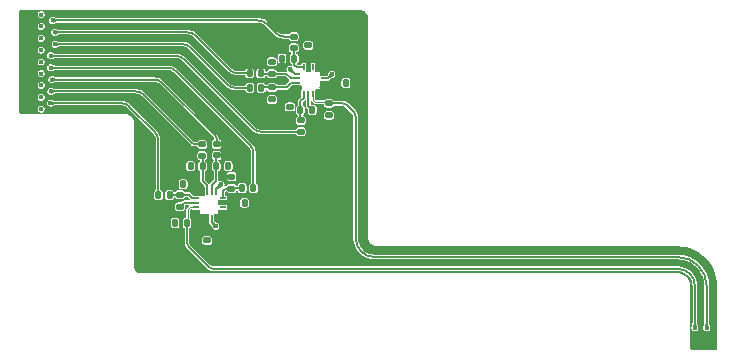
<source format=gbr>
%TF.GenerationSoftware,KiCad,Pcbnew,9.0.2*%
%TF.CreationDate,2025-05-21T10:17:49+02:00*%
%TF.ProjectId,Card_Adapter_Flex_AddOn_2Layers.kicad_pro,43617264-5f41-4646-9170-7465725f466c,0*%
%TF.SameCoordinates,Original*%
%TF.FileFunction,Copper,L1,Top*%
%TF.FilePolarity,Positive*%
%FSLAX46Y46*%
G04 Gerber Fmt 4.6, Leading zero omitted, Abs format (unit mm)*
G04 Created by KiCad (PCBNEW 9.0.2) date 2025-05-21 10:17:49*
%MOMM*%
%LPD*%
G01*
G04 APERTURE LIST*
G04 Aperture macros list*
%AMRoundRect*
0 Rectangle with rounded corners*
0 $1 Rounding radius*
0 $2 $3 $4 $5 $6 $7 $8 $9 X,Y pos of 4 corners*
0 Add a 4 corners polygon primitive as box body*
4,1,4,$2,$3,$4,$5,$6,$7,$8,$9,$2,$3,0*
0 Add four circle primitives for the rounded corners*
1,1,$1+$1,$2,$3*
1,1,$1+$1,$4,$5*
1,1,$1+$1,$6,$7*
1,1,$1+$1,$8,$9*
0 Add four rect primitives between the rounded corners*
20,1,$1+$1,$2,$3,$4,$5,0*
20,1,$1+$1,$4,$5,$6,$7,0*
20,1,$1+$1,$6,$7,$8,$9,0*
20,1,$1+$1,$8,$9,$2,$3,0*%
%AMOutline5P*
0 Free polygon, 5 corners , with rotation*
0 The origin of the aperture is its center*
0 number of corners: always 5*
0 $1 to $10 corner X, Y*
0 $11 Rotation angle, in degrees counterclockwise*
0 create outline with 5 corners*
4,1,5,$1,$2,$3,$4,$5,$6,$7,$8,$9,$10,$1,$2,$11*%
%AMOutline6P*
0 Free polygon, 6 corners , with rotation*
0 The origin of the aperture is its center*
0 number of corners: always 6*
0 $1 to $12 corner X, Y*
0 $13 Rotation angle, in degrees counterclockwise*
0 create outline with 6 corners*
4,1,6,$1,$2,$3,$4,$5,$6,$7,$8,$9,$10,$11,$12,$1,$2,$13*%
%AMOutline7P*
0 Free polygon, 7 corners , with rotation*
0 The origin of the aperture is its center*
0 number of corners: always 7*
0 $1 to $14 corner X, Y*
0 $15 Rotation angle, in degrees counterclockwise*
0 create outline with 7 corners*
4,1,7,$1,$2,$3,$4,$5,$6,$7,$8,$9,$10,$11,$12,$13,$14,$1,$2,$15*%
%AMOutline8P*
0 Free polygon, 8 corners , with rotation*
0 The origin of the aperture is its center*
0 number of corners: always 8*
0 $1 to $16 corner X, Y*
0 $17 Rotation angle, in degrees counterclockwise*
0 create outline with 8 corners*
4,1,8,$1,$2,$3,$4,$5,$6,$7,$8,$9,$10,$11,$12,$13,$14,$15,$16,$1,$2,$17*%
G04 Aperture macros list end*
%TA.AperFunction,SMDPad,CuDef*%
%ADD10RoundRect,0.140000X-0.170000X0.140000X-0.170000X-0.140000X0.170000X-0.140000X0.170000X0.140000X0*%
%TD*%
%TA.AperFunction,SMDPad,CuDef*%
%ADD11RoundRect,0.140000X0.140000X0.170000X-0.140000X0.170000X-0.140000X-0.170000X0.140000X-0.170000X0*%
%TD*%
%TA.AperFunction,SMDPad,CuDef*%
%ADD12RoundRect,0.135000X-0.135000X-0.185000X0.135000X-0.185000X0.135000X0.185000X-0.135000X0.185000X0*%
%TD*%
%TA.AperFunction,SMDPad,CuDef*%
%ADD13RoundRect,0.140000X-0.140000X-0.170000X0.140000X-0.170000X0.140000X0.170000X-0.140000X0.170000X0*%
%TD*%
%TA.AperFunction,SMDPad,CuDef*%
%ADD14RoundRect,0.140000X0.170000X-0.140000X0.170000X0.140000X-0.170000X0.140000X-0.170000X-0.140000X0*%
%TD*%
%TA.AperFunction,SMDPad,CuDef*%
%ADD15RoundRect,0.135000X0.135000X0.185000X-0.135000X0.185000X-0.135000X-0.185000X0.135000X-0.185000X0*%
%TD*%
%TA.AperFunction,SMDPad,CuDef*%
%ADD16Outline5P,-0.100000X0.325000X0.100000X0.325000X0.100000X-0.225000X0.000000X-0.325000X-0.100000X-0.325000X180.000000*%
%TD*%
%TA.AperFunction,SMDPad,CuDef*%
%ADD17R,0.200000X0.550000*%
%TD*%
%TA.AperFunction,SMDPad,CuDef*%
%ADD18R,0.550000X0.200000*%
%TD*%
%TA.AperFunction,SMDPad,CuDef*%
%ADD19RoundRect,0.135000X0.185000X-0.135000X0.185000X0.135000X-0.185000X0.135000X-0.185000X-0.135000X0*%
%TD*%
%TA.AperFunction,SMDPad,CuDef*%
%ADD20Outline5P,-0.100000X0.325000X0.100000X0.325000X0.100000X-0.225000X0.000000X-0.325000X-0.100000X-0.325000X270.000000*%
%TD*%
%TA.AperFunction,SMDPad,CuDef*%
%ADD21RoundRect,0.135000X-0.185000X0.135000X-0.185000X-0.135000X0.185000X-0.135000X0.185000X0.135000X0*%
%TD*%
%TA.AperFunction,ViaPad*%
%ADD22C,0.400000*%
%TD*%
%TA.AperFunction,Conductor*%
%ADD23C,0.200000*%
%TD*%
%TA.AperFunction,Conductor*%
%ADD24C,0.100000*%
%TD*%
%TA.AperFunction,Conductor*%
%ADD25C,0.150000*%
%TD*%
G04 APERTURE END LIST*
D10*
%TO.P,C19,1*%
%TO.N,Master_trigger_out_2*%
X78735000Y-63930000D03*
%TO.P,C19,2*%
%TO.N,Net-(U3-CLK_OUT2)*%
X78735000Y-64890000D03*
%TD*%
D11*
%TO.P,C17,1*%
%TO.N,GND*%
X82335000Y-68880000D03*
%TO.P,C17,2*%
%TO.N,+3V3*%
X81375000Y-68880000D03*
%TD*%
D12*
%TO.P,R12,1*%
%TO.N,GND*%
X76430000Y-70595000D03*
%TO.P,R12,2*%
%TO.N,Master_trigger_in*%
X77450000Y-70595000D03*
%TD*%
D13*
%TO.P,C15,1*%
%TO.N,GND*%
X77115000Y-67320000D03*
%TO.P,C15,2*%
%TO.N,+3V3*%
X78075000Y-67320000D03*
%TD*%
D14*
%TO.P,C11,1*%
%TO.N,Heim_time_out_1*%
X87080000Y-62870000D03*
%TO.P,C11,2*%
%TO.N,Net-(U1-CLK_OUT1)*%
X87080000Y-61910000D03*
%TD*%
D15*
%TO.P,R14,1*%
%TO.N,GND*%
X80935000Y-65780000D03*
%TO.P,R14,2*%
%TO.N,Net-(U3-CLK_OUT3)*%
X79915000Y-65780000D03*
%TD*%
D14*
%TO.P,C1,1*%
%TO.N,GND*%
X86160000Y-60770000D03*
%TO.P,C1,2*%
%TO.N,+3V3*%
X86160000Y-59810000D03*
%TD*%
D10*
%TO.P,C14,1*%
%TO.N,Heim_time_out_4*%
X86480000Y-54810000D03*
%TO.P,C14,2*%
%TO.N,Net-(U1-CLK_OUT4)*%
X86480000Y-55770000D03*
%TD*%
D13*
%TO.P,C18,1*%
%TO.N,Master_trigger_out_1*%
X75015000Y-68240000D03*
%TO.P,C18,2*%
%TO.N,Net-(U3-CLK_OUT1)*%
X75975000Y-68240000D03*
%TD*%
%TO.P,C12,1*%
%TO.N,Heim_time_out_2*%
X82770000Y-59150000D03*
%TO.P,C12,2*%
%TO.N,Net-(U1-CLK_OUT2)*%
X83730000Y-59150000D03*
%TD*%
D16*
%TO.P,U3,1,OE_2*%
%TO.N,+3V3*%
X78745000Y-70155000D03*
D17*
%TO.P,U3,2,VDD*%
X79145000Y-70205000D03*
%TO.P,U3,3,GND*%
%TO.N,GND*%
X79545000Y-70205000D03*
%TO.P,U3,4,OE_3*%
%TO.N,+3V3*%
X79945000Y-70205000D03*
D18*
%TO.P,U3,5,OE_4*%
X80470000Y-69680000D03*
%TO.P,U3,6,OE_OSC*%
%TO.N,/Master trigger/Signaling*%
X80470000Y-69280000D03*
%TO.P,U3,7,VDD*%
%TO.N,+3V3*%
X80470000Y-68880000D03*
%TO.P,U3,8,CLK_OUT4*%
%TO.N,Net-(U3-CLK_OUT4)*%
X80470000Y-68480000D03*
D17*
%TO.P,U3,9,GND*%
%TO.N,GND*%
X79945000Y-67955000D03*
%TO.P,U3,10,CLK_OUT3*%
%TO.N,Net-(U3-CLK_OUT3)*%
X79545000Y-67955000D03*
%TO.P,U3,11,CLK_OUT2*%
%TO.N,Net-(U3-CLK_OUT2)*%
X79145000Y-67955000D03*
%TO.P,U3,12,VDD*%
%TO.N,+3V3*%
X78745000Y-67955000D03*
D18*
%TO.P,U3,13,CLK_OUT1*%
%TO.N,Net-(U3-CLK_OUT1)*%
X78220000Y-68480000D03*
%TO.P,U3,14,GND*%
%TO.N,GND*%
X78220000Y-68880000D03*
%TO.P,U3,15,CLK_IN*%
%TO.N,Master_trigger_in*%
X78220000Y-69280000D03*
%TO.P,U3,16,OE_1*%
%TO.N,+3V3*%
X78220000Y-69680000D03*
%TD*%
D11*
%TO.P,C2,1*%
%TO.N,GND*%
X90900000Y-58740000D03*
%TO.P,C2,2*%
%TO.N,+3V3*%
X89940000Y-58740000D03*
%TD*%
D19*
%TO.P,R3,1*%
%TO.N,GND*%
X84630000Y-60130000D03*
%TO.P,R3,2*%
%TO.N,Net-(U1-CLK_OUT2)*%
X84630000Y-59110000D03*
%TD*%
D20*
%TO.P,U1,1,OE_2*%
%TO.N,+3V3*%
X88995000Y-59140000D03*
D18*
%TO.P,U1,2,VDD*%
X89045000Y-58740000D03*
%TO.P,U1,3,GND*%
%TO.N,GND*%
X89045000Y-58340000D03*
%TO.P,U1,4,OE_3*%
%TO.N,+3V3*%
X89045000Y-57940000D03*
D17*
%TO.P,U1,5,OE_4*%
X88520000Y-57415000D03*
%TO.P,U1,6,OE_OSC*%
%TO.N,/Heimtime/Signaling*%
X88120000Y-57415000D03*
%TO.P,U1,7,VDD*%
%TO.N,+3V3*%
X87720000Y-57415000D03*
%TO.P,U1,8,CLK_OUT4*%
%TO.N,Net-(U1-CLK_OUT4)*%
X87320000Y-57415000D03*
D18*
%TO.P,U1,9,GND*%
%TO.N,GND*%
X86795000Y-57940000D03*
%TO.P,U1,10,CLK_OUT3*%
%TO.N,Net-(U1-CLK_OUT3)*%
X86795000Y-58340000D03*
%TO.P,U1,11,CLK_OUT2*%
%TO.N,Net-(U1-CLK_OUT2)*%
X86795000Y-58740000D03*
%TO.P,U1,12,VDD*%
%TO.N,+3V3*%
X86795000Y-59140000D03*
D17*
%TO.P,U1,13,CLK_OUT1*%
%TO.N,Net-(U1-CLK_OUT1)*%
X87320000Y-59665000D03*
%TO.P,U1,14,GND*%
%TO.N,GND*%
X87720000Y-59665000D03*
%TO.P,U1,15,CLK_IN*%
%TO.N,Heim_time_in*%
X88120000Y-59665000D03*
%TO.P,U1,16,OE_1*%
%TO.N,+3V3*%
X88520000Y-59665000D03*
%TD*%
D15*
%TO.P,R4,1*%
%TO.N,GND*%
X88060000Y-61010000D03*
%TO.P,R4,2*%
%TO.N,Net-(U1-CLK_OUT1)*%
X87040000Y-61010000D03*
%TD*%
D12*
%TO.P,R1,1*%
%TO.N,GND*%
X85500000Y-56670000D03*
%TO.P,R1,2*%
%TO.N,Net-(U1-CLK_OUT4)*%
X86520000Y-56670000D03*
%TD*%
D14*
%TO.P,C16,1*%
%TO.N,GND*%
X79145000Y-72060000D03*
%TO.P,C16,2*%
%TO.N,+3V3*%
X79145000Y-71100000D03*
%TD*%
D21*
%TO.P,R2,1*%
%TO.N,GND*%
X84620000Y-56950000D03*
%TO.P,R2,2*%
%TO.N,Net-(U1-CLK_OUT3)*%
X84620000Y-57970000D03*
%TD*%
D13*
%TO.P,C13,1*%
%TO.N,Heim_time_out_3*%
X82750000Y-57930000D03*
%TO.P,C13,2*%
%TO.N,Net-(U1-CLK_OUT3)*%
X83710000Y-57930000D03*
%TD*%
D10*
%TO.P,C3,1*%
%TO.N,GND*%
X87720000Y-55550000D03*
%TO.P,C3,2*%
%TO.N,+3V3*%
X87720000Y-56510000D03*
%TD*%
D19*
%TO.P,R11,1*%
%TO.N,GND*%
X89470000Y-61470000D03*
%TO.P,R11,2*%
%TO.N,Heim_time_in*%
X89470000Y-60450000D03*
%TD*%
%TO.P,R16,1*%
%TO.N,GND*%
X76875000Y-69220000D03*
%TO.P,R16,2*%
%TO.N,Net-(U3-CLK_OUT1)*%
X76875000Y-68200000D03*
%TD*%
D11*
%TO.P,C21,1*%
%TO.N,Master_trigger_out_4*%
X83075000Y-67640000D03*
%TO.P,C21,2*%
%TO.N,Net-(U3-CLK_OUT4)*%
X82115000Y-67640000D03*
%TD*%
D21*
%TO.P,R13,1*%
%TO.N,GND*%
X81215000Y-66660000D03*
%TO.P,R13,2*%
%TO.N,Net-(U3-CLK_OUT4)*%
X81215000Y-67680000D03*
%TD*%
D12*
%TO.P,R15,1*%
%TO.N,GND*%
X77755000Y-65790000D03*
%TO.P,R15,2*%
%TO.N,Net-(U3-CLK_OUT2)*%
X78775000Y-65790000D03*
%TD*%
D10*
%TO.P,C20,1*%
%TO.N,Master_trigger_out_3*%
X79955000Y-63910000D03*
%TO.P,C20,2*%
%TO.N,Net-(U3-CLK_OUT3)*%
X79955000Y-64870000D03*
%TD*%
D22*
%TO.N,Master_trigger_in*%
X120450000Y-79460000D03*
%TO.N,GND*%
X65100000Y-54950000D03*
X88060000Y-61010000D03*
X79885000Y-70880002D03*
X81215000Y-66660000D03*
X84630000Y-60130000D03*
X90810000Y-58740000D03*
X89720002Y-58000000D03*
X82335000Y-68880000D03*
X79145000Y-71970000D03*
X65100000Y-60950000D03*
X80324750Y-67333142D03*
X89470000Y-61470000D03*
X85500000Y-56670000D03*
X65100000Y-56950000D03*
X76415000Y-70630000D03*
X80935000Y-65780000D03*
X87720000Y-55550000D03*
X65100000Y-55950000D03*
X86173142Y-57560250D03*
X65100000Y-57950000D03*
X84620000Y-56950000D03*
X65100000Y-53950000D03*
X65100000Y-52950000D03*
X65100000Y-58950000D03*
X65100000Y-59950000D03*
X76875000Y-69220000D03*
X77755000Y-65790000D03*
X86160000Y-60770000D03*
X77115000Y-67320000D03*
%TO.N,Heim_time_in*%
X121450000Y-79470000D03*
%TO.N,+3V3*%
X122090000Y-80510000D03*
X122090000Y-79670000D03*
X122090000Y-80090000D03*
%TO.N,Heim_time_out_1*%
X65910797Y-56426770D03*
%TO.N,Heim_time_out_2*%
X66280000Y-55460000D03*
%TO.N,Heim_time_out_3*%
X66250000Y-54450000D03*
%TO.N,Heim_time_out_4*%
X66070000Y-53450000D03*
%TO.N,Master_trigger_out_1*%
X65890507Y-60440768D03*
%TO.N,Master_trigger_out_2*%
X65920000Y-59450000D03*
%TO.N,Master_trigger_out_3*%
X66010000Y-58450000D03*
%TO.N,Master_trigger_out_4*%
X65913783Y-57451412D03*
%TD*%
D23*
%TO.N,GND*%
X86552892Y-57940000D02*
X86173142Y-57560250D01*
X89045000Y-58340000D02*
X89380002Y-58340000D01*
X79945000Y-67712892D02*
X80324750Y-67333142D01*
X87720000Y-59665000D02*
X87720000Y-60670000D01*
X78220000Y-68880000D02*
X77215000Y-68880000D01*
X86795000Y-57940000D02*
X86552892Y-57940000D01*
X79545000Y-70540002D02*
X79885000Y-70880002D01*
X77215000Y-68880000D02*
X76875000Y-69220000D01*
X89380002Y-58340000D02*
X89720002Y-58000000D01*
X79945000Y-67955000D02*
X79945000Y-67712892D01*
X79545000Y-70205000D02*
X79545000Y-70540002D01*
X87720000Y-60670000D02*
X88060000Y-61010000D01*
%TO.N,Heim_time_in*%
X91740000Y-71880000D02*
X91740000Y-61567107D01*
X90622893Y-60450000D02*
X89470000Y-60450000D01*
X121450000Y-79470000D02*
X121450000Y-75930020D01*
D24*
X89470000Y-60450000D02*
X89260000Y-60240000D01*
D23*
X91593553Y-61213553D02*
X90976446Y-60596446D01*
X118999980Y-73480000D02*
X93340000Y-73480000D01*
D24*
X88120000Y-60180000D02*
X88290000Y-60350000D01*
X89370000Y-60350000D02*
X89470000Y-60450000D01*
X88290000Y-60350000D02*
X89370000Y-60350000D01*
X88120000Y-59665000D02*
X88120000Y-60180000D01*
X89430000Y-60410000D02*
G75*
G02*
X89470000Y-60450000I0J-40000D01*
G01*
D23*
X93340000Y-73480000D02*
G75*
G02*
X91740000Y-71880000I0J1600000D01*
G01*
X121450000Y-75930020D02*
G75*
G03*
X118999980Y-73480000I-2450000J20D01*
G01*
X91740000Y-61567107D02*
G75*
G03*
X91593556Y-61213550I-500000J7D01*
G01*
X90976446Y-60596446D02*
G75*
G03*
X90622893Y-60450005I-353546J-353554D01*
G01*
D24*
X89260000Y-60240000D02*
G75*
G02*
X89470000Y-60450000I0J-210000D01*
G01*
%TO.N,Master_trigger_in*%
X77435000Y-70630000D02*
X77645000Y-70420000D01*
X78220000Y-69280000D02*
X77705000Y-69280000D01*
X77535000Y-70530000D02*
X77435000Y-70630000D01*
X77705000Y-69280000D02*
X77535000Y-69450000D01*
X77535000Y-69450000D02*
X77535000Y-70530000D01*
X77475000Y-70590000D02*
G75*
G02*
X77435000Y-70630000I-40000J0D01*
G01*
X77645000Y-70420000D02*
G75*
G02*
X77435000Y-70630000I-210000J0D01*
G01*
D23*
%TO.N,+3V3*%
X80470000Y-68880000D02*
X81375000Y-68880000D01*
X78075000Y-67320000D02*
X78075000Y-67760000D01*
X86795000Y-59615000D02*
X86795000Y-59140000D01*
X86600000Y-59810000D02*
X86795000Y-59615000D01*
X78075000Y-67760000D02*
X78270000Y-67955000D01*
X86160000Y-59810000D02*
X86600000Y-59810000D01*
X78270000Y-67955000D02*
X78745000Y-67955000D01*
X87720000Y-57415000D02*
X87720000Y-56510000D01*
D25*
%TO.N,Heim_time_out_1*%
X65910797Y-56426770D02*
X65934027Y-56450000D01*
X77232893Y-56742893D02*
X83067107Y-62577107D01*
X65934027Y-56450000D02*
X76525786Y-56450000D01*
X83774214Y-62870000D02*
X87080000Y-62870000D01*
X83067107Y-62577107D02*
G75*
G03*
X83774214Y-62869990I707093J707107D01*
G01*
X76525786Y-56450000D02*
G75*
G02*
X77232900Y-56742886I14J-1000000D01*
G01*
%TO.N,Heim_time_out_2*%
X77762893Y-55752893D02*
X80867107Y-58857107D01*
X81574214Y-59150000D02*
X82770000Y-59150000D01*
X66280000Y-55460000D02*
X77055786Y-55460000D01*
X80867107Y-58857107D02*
G75*
G03*
X81574214Y-59149990I707093J707107D01*
G01*
X77762893Y-55752893D02*
G75*
G03*
X77055786Y-55460010I-707093J-707107D01*
G01*
%TO.N,Heim_time_out_3*%
X81077107Y-57637107D02*
X78940000Y-55500000D01*
X77475786Y-54450000D02*
X66250000Y-54450000D01*
X82750000Y-57930000D02*
X81784214Y-57930000D01*
X78940000Y-55500000D02*
X78182893Y-54742893D01*
X78182893Y-54742893D02*
G75*
G03*
X77475786Y-54450010I-707093J-707107D01*
G01*
X81784214Y-57930000D02*
G75*
G02*
X81077100Y-57637114I-14J1000000D01*
G01*
%TO.N,Heim_time_out_4*%
X83495786Y-53450000D02*
X66070000Y-53450000D01*
X86480000Y-54810000D02*
X85684214Y-54810000D01*
X84977107Y-54517107D02*
X84202893Y-53742893D01*
X83495786Y-53450000D02*
G75*
G02*
X84202900Y-53742886I14J-1000000D01*
G01*
X85684214Y-54810000D02*
G75*
G02*
X84977100Y-54517114I-14J1000000D01*
G01*
D23*
%TO.N,Net-(U1-CLK_OUT1)*%
X87040000Y-61870000D02*
X87080000Y-61910000D01*
X87320000Y-59665000D02*
X87320000Y-59980000D01*
X87320000Y-59980000D02*
X87040000Y-60260000D01*
X87040000Y-61010000D02*
X87040000Y-61870000D01*
X87040000Y-60260000D02*
X87040000Y-61010000D01*
D25*
%TO.N,Master_trigger_out_1*%
X75015000Y-68240000D02*
X75015000Y-63599214D01*
X65891275Y-60440000D02*
X65890507Y-60440768D01*
X71855786Y-60440000D02*
X65891275Y-60440000D01*
X74722107Y-62892107D02*
X72562893Y-60732893D01*
X71855786Y-60440000D02*
G75*
G02*
X72562900Y-60732886I14J-1000000D01*
G01*
X75015000Y-63599214D02*
G75*
G03*
X74722114Y-62892100I-1000000J14D01*
G01*
D23*
%TO.N,Net-(U3-CLK_OUT1)*%
X76015000Y-68200000D02*
X75975000Y-68240000D01*
X76875000Y-68200000D02*
X76015000Y-68200000D01*
X78220000Y-68480000D02*
X77905000Y-68480000D01*
X77905000Y-68480000D02*
X77625000Y-68200000D01*
X77625000Y-68200000D02*
X76875000Y-68200000D01*
%TO.N,Net-(U3-CLK_OUT2)*%
X78775000Y-64930000D02*
X78735000Y-64890000D01*
X79145000Y-67410000D02*
X78775000Y-67040000D01*
X78775000Y-65790000D02*
X78775000Y-64930000D01*
X79145000Y-67955000D02*
X79145000Y-67410000D01*
X78775000Y-67040000D02*
X78775000Y-65790000D01*
D25*
%TO.N,Master_trigger_out_2*%
X78735000Y-63930000D02*
X78124732Y-63930000D01*
X77894730Y-63834730D02*
X73802893Y-59742893D01*
X73095786Y-59450000D02*
X65920000Y-59450000D01*
X73802893Y-59742893D02*
G75*
G03*
X73095786Y-59450010I-707093J-707107D01*
G01*
X77894730Y-63834730D02*
G75*
G03*
X78124732Y-63929969I229970J230030D01*
G01*
D23*
%TO.N,Net-(U3-CLK_OUT3)*%
X79545000Y-67400000D02*
X79915000Y-67030000D01*
X79915000Y-65780000D02*
X79915000Y-64910000D01*
X79545000Y-67955000D02*
X79545000Y-67400000D01*
X79915000Y-64910000D02*
X79955000Y-64870000D01*
X79915000Y-67030000D02*
X79915000Y-65780000D01*
D25*
%TO.N,Master_trigger_out_3*%
X74645786Y-58450000D02*
X66010000Y-58450000D01*
X79955000Y-63910000D02*
X79955000Y-63457070D01*
X79875755Y-63265755D02*
X75352893Y-58742893D01*
X79955000Y-63457070D02*
G75*
G03*
X79875748Y-63265762I-270600J-30D01*
G01*
X75352893Y-58742893D02*
G75*
G03*
X74645786Y-58450010I-707093J-707107D01*
G01*
D23*
%TO.N,Net-(U3-CLK_OUT4)*%
X80470000Y-67895000D02*
X80470000Y-68480000D01*
X80685000Y-67680000D02*
X80470000Y-67895000D01*
X81215000Y-67680000D02*
X80685000Y-67680000D01*
X82115000Y-67640000D02*
X81255000Y-67640000D01*
X81255000Y-67640000D02*
X81215000Y-67680000D01*
D25*
%TO.N,Master_trigger_out_4*%
X75817198Y-57451412D02*
X65913783Y-57451412D01*
X83075000Y-67640000D02*
X83075000Y-64699214D01*
X82782107Y-63992107D02*
X82772107Y-63992107D01*
X82772107Y-63992107D02*
X76524305Y-57744305D01*
X76524305Y-57744305D02*
G75*
G03*
X75817198Y-57451410I-707105J-707095D01*
G01*
X83075000Y-64699214D02*
G75*
G03*
X82782114Y-63992100I-1000000J14D01*
G01*
D23*
%TO.N,Net-(U1-CLK_OUT2)*%
X85880000Y-59110000D02*
X84630000Y-59110000D01*
X84630000Y-59110000D02*
X83770000Y-59110000D01*
X83770000Y-59110000D02*
X83730000Y-59150000D01*
X86250000Y-58740000D02*
X85880000Y-59110000D01*
X86795000Y-58740000D02*
X86250000Y-58740000D01*
%TO.N,Net-(U1-CLK_OUT3)*%
X83750000Y-57970000D02*
X83710000Y-57930000D01*
X84620000Y-57970000D02*
X83750000Y-57970000D01*
X86240000Y-58340000D02*
X85870000Y-57970000D01*
X86795000Y-58340000D02*
X86240000Y-58340000D01*
X85870000Y-57970000D02*
X84620000Y-57970000D01*
%TO.N,Net-(U1-CLK_OUT4)*%
X86480000Y-56630000D02*
X86520000Y-56670000D01*
X86735000Y-57415000D02*
X87320000Y-57415000D01*
X86480000Y-55770000D02*
X86480000Y-56630000D01*
X86520000Y-57200000D02*
X86735000Y-57415000D01*
X86520000Y-56670000D02*
X86520000Y-57200000D01*
%TO.N,Master_trigger_in*%
X77450000Y-72267893D02*
X77450000Y-70595000D01*
X77596446Y-72621446D02*
G75*
G02*
X77450005Y-72267893I353554J353546D01*
G01*
X79652107Y-74470000D02*
G75*
G02*
X79298550Y-74323556I-7J500000D01*
G01*
X79298553Y-74323553D02*
X77596446Y-72621446D01*
X119000000Y-74470000D02*
X79652107Y-74470000D01*
X120450000Y-75920000D02*
G75*
G03*
X119000000Y-74470000I-1450000J0D01*
G01*
X120450000Y-79460000D02*
X120450000Y-75920000D01*
%TD*%
%TA.AperFunction,Conductor*%
%TO.N,+3V3*%
G36*
X89320000Y-57150000D02*
G01*
X89320000Y-58040000D01*
X88770000Y-58040000D01*
X88670000Y-57940000D01*
X88670000Y-57790000D01*
X88520000Y-57790000D01*
X88420000Y-57690000D01*
X88420000Y-57140000D01*
X89320000Y-57150000D01*
G37*
%TD.AperFunction*%
%TD*%
%TA.AperFunction,Conductor*%
%TO.N,+3V3*%
G36*
X78590000Y-69647857D02*
G01*
X78590000Y-69830000D01*
X78845000Y-69830000D01*
X79245000Y-69930000D01*
X79245000Y-70480000D01*
X79353043Y-70600509D01*
X79375024Y-70653576D01*
X79375025Y-70653577D01*
X79375025Y-70653578D01*
X79447226Y-70725778D01*
X79450770Y-70729728D01*
X79453030Y-70732540D01*
X79462616Y-70748899D01*
X79500014Y-70790995D01*
X79500777Y-70791944D01*
X79500877Y-70792288D01*
X79503813Y-70796161D01*
X79505000Y-70798009D01*
X79505000Y-71380000D01*
X77945000Y-71380000D01*
X77945000Y-69580000D01*
X78495000Y-69580000D01*
X78590000Y-69647857D01*
G37*
%TD.AperFunction*%
%TD*%
%TA.AperFunction,Conductor*%
%TO.N,+3V3*%
G36*
X90220000Y-59940000D02*
G01*
X88420000Y-59940000D01*
X88420000Y-59390000D01*
X88491429Y-59290000D01*
X88670000Y-59290000D01*
X88670000Y-59040000D01*
X88770000Y-58640000D01*
X89320000Y-58640000D01*
X89440508Y-58531957D01*
X89493576Y-58509976D01*
X89565795Y-58437755D01*
X89569727Y-58434229D01*
X89572536Y-58431970D01*
X89588902Y-58422382D01*
X89631017Y-58384966D01*
X89631944Y-58384221D01*
X89632289Y-58384120D01*
X89636154Y-58381189D01*
X89638007Y-58380000D01*
X90220000Y-58380000D01*
X90220000Y-59940000D01*
G37*
%TD.AperFunction*%
%TD*%
%TA.AperFunction,Conductor*%
%TO.N,+3V3*%
G36*
X89320000Y-58640000D02*
G01*
X88770000Y-58640000D01*
X88670000Y-59040000D01*
X88670000Y-58582284D01*
X88684352Y-58547636D01*
X88719000Y-58533284D01*
X88728560Y-58534226D01*
X88730786Y-58534668D01*
X88730787Y-58534669D01*
X88760101Y-58540500D01*
X88999408Y-58540499D01*
X88999418Y-58540500D01*
X89005118Y-58540500D01*
X89419882Y-58540500D01*
X89419884Y-58540500D01*
X89440510Y-58531956D01*
X89320000Y-58640000D01*
G37*
%TD.AperFunction*%
%TA.AperFunction,Conductor*%
G36*
X79337364Y-69844352D02*
G01*
X79351716Y-69879000D01*
X79350774Y-69888560D01*
X79344500Y-69920097D01*
X79344500Y-69920101D01*
X79344500Y-70165116D01*
X79344500Y-70165118D01*
X79344500Y-70500120D01*
X79344500Y-70579884D01*
X79353043Y-70600510D01*
X79245000Y-70480000D01*
X79245000Y-69930000D01*
X78845000Y-69830000D01*
X79302716Y-69830000D01*
X79337364Y-69844352D01*
G37*
%TD.AperFunction*%
%TA.AperFunction,Conductor*%
G36*
X92112733Y-52550807D02*
G01*
X92249048Y-52566166D01*
X92259732Y-52568605D01*
X92386596Y-52612997D01*
X92396478Y-52617756D01*
X92510283Y-52689263D01*
X92518862Y-52696105D01*
X92613894Y-52791137D01*
X92620736Y-52799716D01*
X92692242Y-52913519D01*
X92697002Y-52923404D01*
X92741392Y-53050260D01*
X92743834Y-53060958D01*
X92759192Y-53197266D01*
X92759500Y-53202752D01*
X92759500Y-71693071D01*
X92759500Y-71720000D01*
X92759500Y-71803767D01*
X92774664Y-71880000D01*
X92792183Y-71968079D01*
X92792185Y-71968085D01*
X92856296Y-72122862D01*
X92949371Y-72262159D01*
X93067840Y-72380628D01*
X93186623Y-72459996D01*
X93207137Y-72473703D01*
X93361918Y-72537816D01*
X93526233Y-72570500D01*
X93590009Y-72570500D01*
X118973071Y-72570500D01*
X118998714Y-72570500D01*
X119001278Y-72570567D01*
X119347561Y-72588715D01*
X119352643Y-72589249D01*
X119693871Y-72643294D01*
X119698883Y-72644360D01*
X120032574Y-72733772D01*
X120037446Y-72735355D01*
X120359968Y-72859159D01*
X120364644Y-72861241D01*
X120672462Y-73018082D01*
X120676900Y-73020644D01*
X120966638Y-73208802D01*
X120970775Y-73211808D01*
X121177330Y-73379072D01*
X121239260Y-73429222D01*
X121243071Y-73432654D01*
X121487345Y-73676928D01*
X121490777Y-73680739D01*
X121699234Y-73938163D01*
X121708186Y-73949217D01*
X121711201Y-73953367D01*
X121899353Y-74243096D01*
X121901917Y-74247537D01*
X122058756Y-74555350D01*
X122060842Y-74560036D01*
X122184643Y-74882550D01*
X122186228Y-74887428D01*
X122275638Y-75221113D01*
X122276705Y-75226130D01*
X122330749Y-75567346D01*
X122331285Y-75572446D01*
X122349433Y-75918720D01*
X122349500Y-75921285D01*
X122349500Y-81166142D01*
X122348897Y-81173807D01*
X122348897Y-81173808D01*
X122340949Y-81223985D01*
X122336211Y-81238565D01*
X122314921Y-81280349D01*
X122305910Y-81292751D01*
X122272751Y-81325910D01*
X122260349Y-81334921D01*
X122218565Y-81356211D01*
X122203985Y-81360949D01*
X122159831Y-81367942D01*
X122153806Y-81368897D01*
X122146142Y-81369500D01*
X120253858Y-81369500D01*
X120246193Y-81368897D01*
X120238950Y-81367749D01*
X120196014Y-81360949D01*
X120181434Y-81356211D01*
X120139650Y-81334921D01*
X120127248Y-81325910D01*
X120094089Y-81292751D01*
X120085078Y-81280349D01*
X120063788Y-81238565D01*
X120059050Y-81223984D01*
X120051103Y-81173807D01*
X120050500Y-81166142D01*
X120050500Y-75828099D01*
X120050500Y-75828093D01*
X120018581Y-75647072D01*
X119955713Y-75474344D01*
X119955711Y-75474340D01*
X119955709Y-75474336D01*
X119863809Y-75315160D01*
X119863806Y-75315156D01*
X119745653Y-75174347D01*
X119604844Y-75056194D01*
X119604843Y-75056193D01*
X119604839Y-75056190D01*
X119445663Y-74964290D01*
X119445654Y-74964286D01*
X119272932Y-74901420D01*
X119272929Y-74901419D01*
X119272928Y-74901419D01*
X119091907Y-74869500D01*
X73612752Y-74869500D01*
X73607266Y-74869192D01*
X73470958Y-74853834D01*
X73460260Y-74851392D01*
X73333404Y-74807002D01*
X73323519Y-74802242D01*
X73209716Y-74730736D01*
X73201137Y-74723894D01*
X73106105Y-74628862D01*
X73099263Y-74620283D01*
X73080724Y-74590778D01*
X73027756Y-74506478D01*
X73022997Y-74496595D01*
X73013020Y-74468082D01*
X72978605Y-74369732D01*
X72976166Y-74359048D01*
X72960808Y-74222733D01*
X72960500Y-74217247D01*
X72960500Y-70386800D01*
X76059500Y-70386800D01*
X76059500Y-70803199D01*
X76073163Y-70871886D01*
X76125213Y-70949786D01*
X76164163Y-70975811D01*
X76203112Y-71001836D01*
X76271804Y-71015500D01*
X76588196Y-71015500D01*
X76656888Y-71001836D01*
X76734786Y-70949786D01*
X76786836Y-70871888D01*
X76800500Y-70803196D01*
X76800500Y-70386804D01*
X76786836Y-70318112D01*
X76760811Y-70279163D01*
X76734786Y-70240213D01*
X76665499Y-70193918D01*
X76656888Y-70188164D01*
X76656887Y-70188163D01*
X76656886Y-70188163D01*
X76588199Y-70174500D01*
X76588196Y-70174500D01*
X76271804Y-70174500D01*
X76271800Y-70174500D01*
X76203113Y-70188163D01*
X76125213Y-70240213D01*
X76073163Y-70318113D01*
X76059500Y-70386800D01*
X72960500Y-70386800D01*
X72960500Y-62116236D01*
X72960500Y-62116233D01*
X72927816Y-61951918D01*
X72863703Y-61797137D01*
X72862304Y-61795043D01*
X72770628Y-61657840D01*
X72652159Y-61539371D01*
X72512862Y-61446296D01*
X72358085Y-61382185D01*
X72358079Y-61382183D01*
X72291816Y-61369002D01*
X72193767Y-61349500D01*
X72193764Y-61349500D01*
X63403858Y-61349500D01*
X63396193Y-61348897D01*
X63388950Y-61347749D01*
X63346014Y-61340949D01*
X63331434Y-61336211D01*
X63289650Y-61314921D01*
X63277248Y-61305910D01*
X63244089Y-61272751D01*
X63235078Y-61260349D01*
X63213788Y-61218565D01*
X63209050Y-61203984D01*
X63201103Y-61153807D01*
X63200500Y-61146142D01*
X63200500Y-60910436D01*
X64799500Y-60910436D01*
X64799500Y-60989563D01*
X64809739Y-61027775D01*
X64819979Y-61065989D01*
X64859540Y-61134511D01*
X64915489Y-61190460D01*
X64984011Y-61230021D01*
X65003705Y-61235298D01*
X65060436Y-61250500D01*
X65060438Y-61250500D01*
X65139564Y-61250500D01*
X65167134Y-61243112D01*
X65215989Y-61230021D01*
X65284511Y-61190460D01*
X65340460Y-61134511D01*
X65380021Y-61065989D01*
X65390260Y-61027775D01*
X65400500Y-60989563D01*
X65400500Y-60910436D01*
X65391843Y-60878134D01*
X65380021Y-60834011D01*
X65380020Y-60834009D01*
X65380020Y-60834008D01*
X65350901Y-60783574D01*
X65340460Y-60765489D01*
X65284511Y-60709540D01*
X65274713Y-60703883D01*
X65215990Y-60669979D01*
X65139564Y-60649500D01*
X65139562Y-60649500D01*
X65060438Y-60649500D01*
X65060436Y-60649500D01*
X64984010Y-60669979D01*
X64984008Y-60669979D01*
X64915488Y-60709540D01*
X64915488Y-60709541D01*
X64859541Y-60765488D01*
X64859540Y-60765488D01*
X64819979Y-60834008D01*
X64819979Y-60834010D01*
X64799500Y-60910436D01*
X63200500Y-60910436D01*
X63200500Y-60401204D01*
X65590007Y-60401204D01*
X65590007Y-60480331D01*
X65610486Y-60556757D01*
X65610486Y-60556759D01*
X65634493Y-60598339D01*
X65650047Y-60625279D01*
X65705996Y-60681228D01*
X65774518Y-60720789D01*
X65809985Y-60730292D01*
X65850943Y-60741268D01*
X65850945Y-60741268D01*
X65930067Y-60741268D01*
X65930069Y-60741268D01*
X65946123Y-60736965D01*
X65952588Y-60735693D01*
X65961316Y-60734576D01*
X65975594Y-60732752D01*
X66078030Y-60698415D01*
X66087892Y-60694548D01*
X66090035Y-60693581D01*
X66099494Y-60688725D01*
X66143200Y-60663425D01*
X66145346Y-60662255D01*
X66200691Y-60633882D01*
X66211596Y-60629844D01*
X66231257Y-60625126D01*
X66239412Y-60623885D01*
X66271465Y-60621747D01*
X66282754Y-60620995D01*
X66282757Y-60620994D01*
X66282765Y-60620994D01*
X66292544Y-60618535D01*
X66298735Y-60616979D01*
X66310682Y-60615500D01*
X71820879Y-60615500D01*
X71853863Y-60615500D01*
X71857706Y-60615651D01*
X71873881Y-60616923D01*
X71980931Y-60625347D01*
X71988513Y-60626548D01*
X72106829Y-60654951D01*
X72114132Y-60657324D01*
X72226545Y-60703885D01*
X72233387Y-60707371D01*
X72328230Y-60765489D01*
X72337134Y-60770945D01*
X72343355Y-60775465D01*
X72437248Y-60855656D01*
X72440073Y-60858268D01*
X74596642Y-63014837D01*
X74599254Y-63017662D01*
X74679526Y-63111650D01*
X74684046Y-63117871D01*
X74747617Y-63221613D01*
X74751107Y-63228464D01*
X74797664Y-63340865D01*
X74800040Y-63348178D01*
X74828440Y-63466480D01*
X74829643Y-63474074D01*
X74839349Y-63597424D01*
X74839500Y-63601268D01*
X74839500Y-67791636D01*
X74825148Y-67826284D01*
X74800060Y-67839694D01*
X74781162Y-67843453D01*
X74701608Y-67896608D01*
X74648452Y-67976163D01*
X74634500Y-68046306D01*
X74634500Y-68433693D01*
X74648452Y-68503836D01*
X74701608Y-68583391D01*
X74754524Y-68618748D01*
X74781161Y-68636546D01*
X74781163Y-68636547D01*
X74851306Y-68650499D01*
X74851312Y-68650500D01*
X75178688Y-68650500D01*
X75181322Y-68649976D01*
X75248836Y-68636547D01*
X75248836Y-68636546D01*
X75248839Y-68636546D01*
X75328391Y-68583391D01*
X75381546Y-68503839D01*
X75385602Y-68483452D01*
X75395499Y-68433693D01*
X75395500Y-68433688D01*
X75395500Y-68046312D01*
X75395499Y-68046306D01*
X75594500Y-68046306D01*
X75594500Y-68433693D01*
X75608452Y-68503836D01*
X75661608Y-68583391D01*
X75714524Y-68618748D01*
X75741161Y-68636546D01*
X75741163Y-68636547D01*
X75811306Y-68650499D01*
X75811312Y-68650500D01*
X76138688Y-68650500D01*
X76141322Y-68649976D01*
X76208836Y-68636547D01*
X76208836Y-68636546D01*
X76208839Y-68636546D01*
X76288391Y-68583391D01*
X76341546Y-68503839D01*
X76348377Y-68469500D01*
X76354257Y-68439940D01*
X76362197Y-68428055D01*
X76367667Y-68414852D01*
X76372303Y-68412931D01*
X76375092Y-68408758D01*
X76402315Y-68400500D01*
X76424493Y-68400500D01*
X76459141Y-68414852D01*
X76464806Y-68423326D01*
X76465483Y-68422875D01*
X76520213Y-68504786D01*
X76559163Y-68530811D01*
X76598112Y-68556836D01*
X76666804Y-68570500D01*
X77083196Y-68570500D01*
X77151888Y-68556836D01*
X77229786Y-68504786D01*
X77281836Y-68426888D01*
X77281836Y-68426887D01*
X77284517Y-68422875D01*
X77286667Y-68424311D01*
X77306775Y-68404222D01*
X77325507Y-68400500D01*
X77521654Y-68400500D01*
X77556302Y-68414852D01*
X77737301Y-68595852D01*
X77751653Y-68630500D01*
X77737301Y-68665148D01*
X77702653Y-68679500D01*
X77175116Y-68679500D01*
X77101424Y-68710025D01*
X77101423Y-68710025D01*
X76976302Y-68835148D01*
X76941654Y-68849500D01*
X76666800Y-68849500D01*
X76598113Y-68863163D01*
X76520213Y-68915213D01*
X76468163Y-68993113D01*
X76454500Y-69061800D01*
X76454500Y-69378199D01*
X76468163Y-69446886D01*
X76468163Y-69446887D01*
X76468164Y-69446888D01*
X76471883Y-69452454D01*
X76520213Y-69524786D01*
X76559163Y-69550811D01*
X76598112Y-69576836D01*
X76666804Y-69590500D01*
X77083196Y-69590500D01*
X77151888Y-69576836D01*
X77229786Y-69524786D01*
X77281836Y-69446888D01*
X77285096Y-69430500D01*
X77287442Y-69418708D01*
X77296392Y-69405312D01*
X77294311Y-69384171D01*
X77295500Y-69378196D01*
X77295500Y-69129500D01*
X77309852Y-69094852D01*
X77344500Y-69080500D01*
X77573364Y-69080500D01*
X77608012Y-69094852D01*
X77622364Y-69129500D01*
X77608012Y-69164148D01*
X77407414Y-69364745D01*
X77407411Y-69364750D01*
X77396996Y-69389897D01*
X77396994Y-69389900D01*
X77387638Y-69412485D01*
X77381557Y-69418565D01*
X77384500Y-69428267D01*
X77384500Y-70125500D01*
X77370148Y-70160148D01*
X77335500Y-70174500D01*
X77291800Y-70174500D01*
X77223113Y-70188163D01*
X77145213Y-70240213D01*
X77093163Y-70318113D01*
X77079500Y-70386800D01*
X77079500Y-70803199D01*
X77093163Y-70871886D01*
X77145213Y-70949786D01*
X77195871Y-70983634D01*
X77223112Y-71001836D01*
X77227125Y-71004517D01*
X77225680Y-71006678D01*
X77245751Y-71026709D01*
X77249500Y-71045506D01*
X77249500Y-72312430D01*
X77249504Y-72312469D01*
X77249504Y-72336883D01*
X77273991Y-72459996D01*
X77276422Y-72472218D01*
X77276422Y-72472219D01*
X77329227Y-72599704D01*
X77405881Y-72714428D01*
X77405885Y-72714433D01*
X77424755Y-72733304D01*
X77424765Y-72733315D01*
X77426470Y-72735020D01*
X79128577Y-74437127D01*
X79128578Y-74437129D01*
X79137883Y-74446434D01*
X79143844Y-74452395D01*
X79143846Y-74452401D01*
X79143848Y-74452406D01*
X79156776Y-74465333D01*
X79205563Y-74514118D01*
X79320296Y-74590778D01*
X79447780Y-74643582D01*
X79583116Y-74670501D01*
X79652110Y-74670500D01*
X118960118Y-74670500D01*
X118998075Y-74670500D01*
X119001918Y-74670650D01*
X119191625Y-74685580D01*
X119199211Y-74686782D01*
X119347693Y-74722430D01*
X119382368Y-74730755D01*
X119389681Y-74733131D01*
X119563705Y-74805214D01*
X119570545Y-74808699D01*
X119731151Y-74907119D01*
X119737362Y-74911630D01*
X119810040Y-74973703D01*
X119880597Y-75033965D01*
X119886034Y-75039402D01*
X119900376Y-75056194D01*
X120001288Y-75174347D01*
X120008365Y-75182632D01*
X120012882Y-75188850D01*
X120016715Y-75195105D01*
X120111297Y-75349449D01*
X120114788Y-75356300D01*
X120186868Y-75530319D01*
X120189244Y-75537631D01*
X120233216Y-75720784D01*
X120234419Y-75728378D01*
X120249349Y-75918080D01*
X120249500Y-75921925D01*
X120249500Y-79041395D01*
X120249212Y-79046696D01*
X120248821Y-79050288D01*
X120244033Y-79068627D01*
X120240710Y-79124821D01*
X120240578Y-79126042D01*
X120240406Y-79126355D01*
X120239744Y-79131169D01*
X120232887Y-79162652D01*
X120230362Y-79170775D01*
X120209520Y-79221730D01*
X120209272Y-79222324D01*
X120182692Y-79284947D01*
X120180134Y-79291586D01*
X120179626Y-79293049D01*
X120177498Y-79299923D01*
X120155340Y-79381191D01*
X120154475Y-79384586D01*
X120154299Y-79385326D01*
X120154298Y-79385332D01*
X120154035Y-79398036D01*
X120152377Y-79409697D01*
X120149500Y-79420436D01*
X120149500Y-79499563D01*
X120169979Y-79575989D01*
X120169979Y-79575991D01*
X120209540Y-79644511D01*
X120265489Y-79700460D01*
X120334011Y-79740021D01*
X120369478Y-79749524D01*
X120410436Y-79760500D01*
X120410438Y-79760500D01*
X120489564Y-79760500D01*
X120516230Y-79753354D01*
X120565989Y-79740021D01*
X120634511Y-79700460D01*
X120690460Y-79644511D01*
X120730021Y-79575989D01*
X120747820Y-79509563D01*
X120750500Y-79499563D01*
X120750500Y-79420436D01*
X120747396Y-79408855D01*
X120746754Y-79406460D01*
X120745351Y-79398874D01*
X120743120Y-79377446D01*
X120714493Y-79284958D01*
X120706450Y-79258973D01*
X120704258Y-79252616D01*
X120703729Y-79251227D01*
X120701141Y-79245029D01*
X120691086Y-79222964D01*
X120689971Y-79220313D01*
X120670821Y-79170775D01*
X120668533Y-79164857D01*
X120665513Y-79152374D01*
X120663924Y-79137440D01*
X120656021Y-79063144D01*
X120653331Y-79053639D01*
X120652352Y-79050181D01*
X120650500Y-79036836D01*
X120650500Y-75801958D01*
X120650499Y-75801949D01*
X120647512Y-75781171D01*
X120616901Y-75568265D01*
X120550386Y-75341736D01*
X120452309Y-75126979D01*
X120452307Y-75126977D01*
X120452305Y-75126971D01*
X120324671Y-74928369D01*
X120324666Y-74928363D01*
X120170061Y-74749938D01*
X119991636Y-74595333D01*
X119991630Y-74595328D01*
X119793028Y-74467695D01*
X119793028Y-74467694D01*
X119578263Y-74369613D01*
X119351735Y-74303099D01*
X119351732Y-74303098D01*
X119118050Y-74269500D01*
X119118046Y-74269500D01*
X119039882Y-74269500D01*
X79697693Y-74269500D01*
X79691987Y-74269499D01*
X79691986Y-74269499D01*
X79674206Y-74269499D01*
X79655314Y-74269499D01*
X79655313Y-74269498D01*
X79648920Y-74269080D01*
X79580981Y-74260137D01*
X79568625Y-74256826D01*
X79508315Y-74231845D01*
X79497237Y-74225450D01*
X79442897Y-74183755D01*
X79438078Y-74179528D01*
X77740497Y-72481947D01*
X77736270Y-72477128D01*
X77733642Y-72473703D01*
X77694551Y-72422757D01*
X77688159Y-72411685D01*
X77663177Y-72351371D01*
X77659867Y-72339016D01*
X77656841Y-72316032D01*
X77650918Y-72271040D01*
X77650500Y-72264645D01*
X77650500Y-72262159D01*
X77650501Y-72228014D01*
X77650500Y-72228011D01*
X77650500Y-71896306D01*
X78734500Y-71896306D01*
X78734500Y-72223693D01*
X78748452Y-72293836D01*
X78801608Y-72373391D01*
X78846959Y-72403693D01*
X78881161Y-72426546D01*
X78881163Y-72426547D01*
X78951306Y-72440499D01*
X78951312Y-72440500D01*
X79338688Y-72440500D01*
X79339625Y-72440313D01*
X79408836Y-72426547D01*
X79408836Y-72426546D01*
X79408839Y-72426546D01*
X79488391Y-72373391D01*
X79541546Y-72293839D01*
X79546707Y-72267896D01*
X79555499Y-72223693D01*
X79555500Y-72223688D01*
X79555500Y-71896312D01*
X79555499Y-71896306D01*
X79541547Y-71826163D01*
X79488391Y-71746608D01*
X79408836Y-71693452D01*
X79338693Y-71679500D01*
X79338688Y-71679500D01*
X79228332Y-71679500D01*
X79215650Y-71677830D01*
X79208849Y-71676007D01*
X79184564Y-71669500D01*
X79184562Y-71669500D01*
X79105438Y-71669500D01*
X79105436Y-71669500D01*
X79081150Y-71676007D01*
X79074349Y-71677830D01*
X79061668Y-71679500D01*
X78951306Y-71679500D01*
X78881163Y-71693452D01*
X78801608Y-71746608D01*
X78748452Y-71826163D01*
X78734500Y-71896306D01*
X77650500Y-71896306D01*
X77650500Y-71045506D01*
X77664852Y-71010858D01*
X77673330Y-71005198D01*
X77672875Y-71004517D01*
X77676887Y-71001836D01*
X77676888Y-71001836D01*
X77754786Y-70949786D01*
X77806836Y-70871888D01*
X77820500Y-70803196D01*
X77820500Y-70386804D01*
X77806836Y-70318112D01*
X77754786Y-70240214D01*
X77754785Y-70240213D01*
X77707276Y-70208468D01*
X77686441Y-70177285D01*
X77685500Y-70167726D01*
X77685500Y-69532635D01*
X77699852Y-69497987D01*
X77752987Y-69444852D01*
X77787635Y-69430500D01*
X77831680Y-69430500D01*
X77866328Y-69444852D01*
X77872421Y-69452275D01*
X77872540Y-69452454D01*
X77872543Y-69452457D01*
X77905787Y-69474669D01*
X77935101Y-69480500D01*
X78504898Y-69480499D01*
X78531444Y-69475219D01*
X78568224Y-69482536D01*
X78589059Y-69513719D01*
X78590000Y-69523278D01*
X78590000Y-69647857D01*
X78495000Y-69580000D01*
X77945000Y-69580000D01*
X77945000Y-71380000D01*
X79505000Y-71380000D01*
X79505000Y-70798009D01*
X79521219Y-70823260D01*
X79525178Y-70830789D01*
X79546472Y-70881561D01*
X79546716Y-70882156D01*
X79572205Y-70945238D01*
X79575090Y-70951739D01*
X79575794Y-70953192D01*
X79579117Y-70959492D01*
X79606318Y-71007085D01*
X79620915Y-71032625D01*
X79622690Y-71035615D01*
X79623088Y-71036261D01*
X79631900Y-71045450D01*
X79638968Y-71054863D01*
X79644540Y-71064513D01*
X79700489Y-71120462D01*
X79769011Y-71160023D01*
X79804478Y-71169526D01*
X79845436Y-71180502D01*
X79845438Y-71180502D01*
X79924564Y-71180502D01*
X79951230Y-71173356D01*
X80000989Y-71160023D01*
X80069511Y-71120462D01*
X80125460Y-71064513D01*
X80165021Y-70995991D01*
X80185500Y-70919564D01*
X80185500Y-70840440D01*
X80185500Y-70840438D01*
X80172505Y-70791944D01*
X80165021Y-70764013D01*
X80165020Y-70764011D01*
X80165020Y-70764010D01*
X80125459Y-70695490D01*
X80069514Y-70639545D01*
X80069511Y-70639542D01*
X80068905Y-70639192D01*
X80056992Y-70632313D01*
X80050625Y-70627933D01*
X80040594Y-70619796D01*
X80033893Y-70614360D01*
X80010365Y-70601954D01*
X79924174Y-70556507D01*
X79918179Y-70553586D01*
X79916813Y-70552973D01*
X79910563Y-70550404D01*
X79887875Y-70541920D01*
X79885216Y-70540836D01*
X79830830Y-70516777D01*
X79819869Y-70510088D01*
X79791157Y-70486898D01*
X79763711Y-70464729D01*
X79745775Y-70431793D01*
X79745500Y-70426610D01*
X79745500Y-70159418D01*
X79745499Y-70159408D01*
X79745499Y-69920105D01*
X79745499Y-69920102D01*
X79739669Y-69890787D01*
X79739667Y-69890785D01*
X79739225Y-69888558D01*
X79746543Y-69851776D01*
X79777726Y-69830941D01*
X79787284Y-69830000D01*
X79950000Y-69830000D01*
X79840000Y-69940000D01*
X79840000Y-70490000D01*
X80730000Y-70490000D01*
X80740000Y-69590000D01*
X80190000Y-69590000D01*
X80100000Y-69680000D01*
X80100000Y-69523279D01*
X80114352Y-69488631D01*
X80149000Y-69474279D01*
X80158559Y-69475221D01*
X80174505Y-69478392D01*
X80185101Y-69480500D01*
X80754898Y-69480499D01*
X80784213Y-69474669D01*
X80817457Y-69452457D01*
X80839669Y-69419213D01*
X80845500Y-69389899D01*
X80845499Y-69170102D01*
X80839669Y-69140787D01*
X80839667Y-69140784D01*
X80839667Y-69140783D01*
X80817457Y-69107543D01*
X80784212Y-69085330D01*
X80754901Y-69079500D01*
X80185105Y-69079500D01*
X80185102Y-69079501D01*
X80158557Y-69084780D01*
X80121775Y-69077462D01*
X80100941Y-69046278D01*
X80100000Y-69036721D01*
X80100000Y-68723279D01*
X80114352Y-68688631D01*
X80119965Y-68686306D01*
X81954500Y-68686306D01*
X81954500Y-69073693D01*
X81968452Y-69143836D01*
X82021608Y-69223391D01*
X82074524Y-69258748D01*
X82101161Y-69276546D01*
X82101163Y-69276547D01*
X82171306Y-69290499D01*
X82171312Y-69290500D01*
X82498688Y-69290500D01*
X82499625Y-69290313D01*
X82568836Y-69276547D01*
X82568836Y-69276546D01*
X82568839Y-69276546D01*
X82648391Y-69223391D01*
X82701546Y-69143839D01*
X82704399Y-69129500D01*
X82715499Y-69073693D01*
X82715500Y-69073688D01*
X82715500Y-68686312D01*
X82715499Y-68686306D01*
X82701547Y-68616163D01*
X82648391Y-68536608D01*
X82568836Y-68483452D01*
X82498693Y-68469500D01*
X82498688Y-68469500D01*
X82171312Y-68469500D01*
X82171306Y-68469500D01*
X82101163Y-68483452D01*
X82021608Y-68536608D01*
X81968452Y-68616163D01*
X81954500Y-68686306D01*
X80119965Y-68686306D01*
X80149000Y-68674279D01*
X80158559Y-68675221D01*
X80174505Y-68678392D01*
X80185101Y-68680500D01*
X80430116Y-68680499D01*
X80430118Y-68680500D01*
X80509882Y-68680500D01*
X80509883Y-68680499D01*
X80754898Y-68680499D01*
X80784213Y-68674669D01*
X80817457Y-68652457D01*
X80839669Y-68619213D01*
X80845500Y-68589899D01*
X80845499Y-68370102D01*
X80839669Y-68340787D01*
X80839667Y-68340784D01*
X80839667Y-68340783D01*
X80817457Y-68307543D01*
X80784212Y-68285330D01*
X80754904Y-68279500D01*
X80754899Y-68279500D01*
X80719500Y-68279500D01*
X80684852Y-68265148D01*
X80670500Y-68230500D01*
X80670500Y-67998346D01*
X80684850Y-67963699D01*
X80739310Y-67909239D01*
X80773956Y-67894889D01*
X80808604Y-67909240D01*
X80814695Y-67916662D01*
X80830300Y-67940017D01*
X80860213Y-67984786D01*
X80882235Y-67999500D01*
X80938112Y-68036836D01*
X81006804Y-68050500D01*
X81423196Y-68050500D01*
X81491888Y-68036836D01*
X81569786Y-67984786D01*
X81621836Y-67906888D01*
X81624311Y-67894441D01*
X81627197Y-67879940D01*
X81635137Y-67868055D01*
X81640607Y-67854852D01*
X81645243Y-67852931D01*
X81648032Y-67848758D01*
X81675255Y-67840500D01*
X81695642Y-67840500D01*
X81730290Y-67854852D01*
X81743699Y-67879939D01*
X81747016Y-67896608D01*
X81748454Y-67903839D01*
X81801608Y-67983391D01*
X81854524Y-68018748D01*
X81881161Y-68036546D01*
X81881163Y-68036547D01*
X81951306Y-68050499D01*
X81951312Y-68050500D01*
X82278688Y-68050500D01*
X82279625Y-68050313D01*
X82348836Y-68036547D01*
X82348836Y-68036546D01*
X82348839Y-68036546D01*
X82428391Y-67983391D01*
X82481546Y-67903839D01*
X82482985Y-67896609D01*
X82495499Y-67833693D01*
X82495500Y-67833688D01*
X82495500Y-67446312D01*
X82495499Y-67446306D01*
X82481547Y-67376163D01*
X82480912Y-67375213D01*
X82446134Y-67323163D01*
X82428391Y-67296608D01*
X82348836Y-67243452D01*
X82278693Y-67229500D01*
X82278688Y-67229500D01*
X81951312Y-67229500D01*
X81951306Y-67229500D01*
X81881163Y-67243452D01*
X81801608Y-67296608D01*
X81748454Y-67376160D01*
X81747329Y-67381816D01*
X81743700Y-67400060D01*
X81735759Y-67411944D01*
X81730290Y-67425148D01*
X81725653Y-67427068D01*
X81722865Y-67431242D01*
X81695642Y-67439500D01*
X81638932Y-67439500D01*
X81604284Y-67425148D01*
X81598190Y-67417723D01*
X81569786Y-67375213D01*
X81504524Y-67331607D01*
X81491888Y-67323164D01*
X81491887Y-67323163D01*
X81491886Y-67323163D01*
X81423199Y-67309500D01*
X81423196Y-67309500D01*
X81006804Y-67309500D01*
X81006800Y-67309500D01*
X80938113Y-67323163D01*
X80860213Y-67375213D01*
X80805483Y-67457125D01*
X80803332Y-67455688D01*
X80783225Y-67475778D01*
X80764493Y-67479500D01*
X80660492Y-67479500D01*
X80625844Y-67465148D01*
X80611492Y-67430500D01*
X80613162Y-67417817D01*
X80625250Y-67372705D01*
X80625250Y-67293578D01*
X80610811Y-67239694D01*
X80604771Y-67217153D01*
X80604770Y-67217151D01*
X80604770Y-67217150D01*
X80568064Y-67153575D01*
X80565210Y-67148631D01*
X80509261Y-67092682D01*
X80440740Y-67053121D01*
X80364314Y-67032642D01*
X80364312Y-67032642D01*
X80285188Y-67032642D01*
X80285186Y-67032642D01*
X80208760Y-67053121D01*
X80188999Y-67064530D01*
X80151817Y-67069424D01*
X80122064Y-67046593D01*
X80115500Y-67022094D01*
X80115500Y-66230506D01*
X80129852Y-66195858D01*
X80138330Y-66190198D01*
X80137875Y-66189517D01*
X80141887Y-66186836D01*
X80141888Y-66186836D01*
X80219786Y-66134786D01*
X80271836Y-66056888D01*
X80285500Y-65988196D01*
X80285500Y-65571804D01*
X80285499Y-65571800D01*
X80564500Y-65571800D01*
X80564500Y-65988199D01*
X80578163Y-66056886D01*
X80578163Y-66056887D01*
X80578164Y-66056888D01*
X80584846Y-66066888D01*
X80630213Y-66134786D01*
X80669163Y-66160811D01*
X80708112Y-66186836D01*
X80776804Y-66200500D01*
X80956732Y-66200500D01*
X80991380Y-66214852D01*
X81005732Y-66249500D01*
X80991380Y-66284148D01*
X80966292Y-66297558D01*
X80938113Y-66303163D01*
X80860213Y-66355213D01*
X80808163Y-66433113D01*
X80794500Y-66501800D01*
X80794500Y-66818199D01*
X80808163Y-66886886D01*
X80860213Y-66964786D01*
X80877908Y-66976609D01*
X80938112Y-67016836D01*
X81006804Y-67030500D01*
X81423196Y-67030500D01*
X81491888Y-67016836D01*
X81569786Y-66964786D01*
X81621836Y-66886888D01*
X81635500Y-66818196D01*
X81635500Y-66501804D01*
X81621836Y-66433112D01*
X81595811Y-66394163D01*
X81569786Y-66355213D01*
X81511493Y-66316264D01*
X81491888Y-66303164D01*
X81491887Y-66303163D01*
X81491886Y-66303163D01*
X81423199Y-66289500D01*
X81423196Y-66289500D01*
X81143268Y-66289500D01*
X81108620Y-66275148D01*
X81094268Y-66240500D01*
X81108620Y-66205852D01*
X81133708Y-66192442D01*
X81149693Y-66189261D01*
X81161888Y-66186836D01*
X81239786Y-66134786D01*
X81291836Y-66056888D01*
X81305500Y-65988196D01*
X81305500Y-65571804D01*
X81291836Y-65503112D01*
X81246468Y-65435214D01*
X81239786Y-65425213D01*
X81176852Y-65383163D01*
X81161888Y-65373164D01*
X81161887Y-65373163D01*
X81161886Y-65373163D01*
X81093199Y-65359500D01*
X81093196Y-65359500D01*
X80776804Y-65359500D01*
X80776800Y-65359500D01*
X80708113Y-65373163D01*
X80630213Y-65425213D01*
X80578163Y-65503113D01*
X80564500Y-65571800D01*
X80285499Y-65571800D01*
X80271836Y-65503112D01*
X80226468Y-65435214D01*
X80219786Y-65425213D01*
X80137876Y-65370483D01*
X80139308Y-65368339D01*
X80138828Y-65367858D01*
X80129852Y-65364140D01*
X80126110Y-65355108D01*
X80119206Y-65348186D01*
X80115500Y-65329492D01*
X80115500Y-65297314D01*
X80129852Y-65262666D01*
X80154937Y-65249256D01*
X80218839Y-65236546D01*
X80298391Y-65183391D01*
X80351546Y-65103839D01*
X80365500Y-65033688D01*
X80365500Y-64706312D01*
X80363732Y-64697424D01*
X80351547Y-64636163D01*
X80298391Y-64556608D01*
X80218836Y-64503452D01*
X80148693Y-64489500D01*
X80148688Y-64489500D01*
X79761312Y-64489500D01*
X79761306Y-64489500D01*
X79691163Y-64503452D01*
X79611608Y-64556608D01*
X79558452Y-64636163D01*
X79544500Y-64706306D01*
X79544500Y-65033693D01*
X79558452Y-65103836D01*
X79611608Y-65183391D01*
X79641541Y-65203391D01*
X79691161Y-65236546D01*
X79691162Y-65236546D01*
X79692723Y-65237589D01*
X79695511Y-65241762D01*
X79700148Y-65243683D01*
X79705617Y-65256886D01*
X79713558Y-65268771D01*
X79714500Y-65278331D01*
X79714500Y-65329492D01*
X79700148Y-65364140D01*
X79691674Y-65369809D01*
X79692124Y-65370483D01*
X79610213Y-65425213D01*
X79558163Y-65503113D01*
X79544500Y-65571800D01*
X79544500Y-65988199D01*
X79558163Y-66056886D01*
X79558163Y-66056887D01*
X79558164Y-66056888D01*
X79564846Y-66066888D01*
X79610213Y-66134786D01*
X79660871Y-66168634D01*
X79688112Y-66186836D01*
X79692125Y-66189517D01*
X79690680Y-66191678D01*
X79710751Y-66211709D01*
X79714500Y-66230506D01*
X79714500Y-66926654D01*
X79700148Y-66961302D01*
X79431426Y-67230023D01*
X79431426Y-67230024D01*
X79403036Y-67258413D01*
X79374647Y-67286802D01*
X79339998Y-67301153D01*
X79305351Y-67286801D01*
X79258574Y-67240024D01*
X78989852Y-66971302D01*
X78975500Y-66936654D01*
X78975500Y-66240506D01*
X78989852Y-66205858D01*
X78998330Y-66200198D01*
X78997875Y-66199517D01*
X79001887Y-66196836D01*
X79001888Y-66196836D01*
X79079786Y-66144786D01*
X79131836Y-66066888D01*
X79145500Y-65998196D01*
X79145500Y-65581804D01*
X79131836Y-65513112D01*
X79105811Y-65474163D01*
X79079786Y-65435213D01*
X78997876Y-65380483D01*
X78999308Y-65378339D01*
X78998828Y-65377858D01*
X78989852Y-65374140D01*
X78986110Y-65365108D01*
X78979206Y-65358186D01*
X78975500Y-65339492D01*
X78975500Y-65298331D01*
X78989852Y-65263683D01*
X78997277Y-65257589D01*
X78998837Y-65256546D01*
X78998839Y-65256546D01*
X79078391Y-65203391D01*
X79131546Y-65123839D01*
X79135525Y-65103839D01*
X79145499Y-65053693D01*
X79145500Y-65053688D01*
X79145500Y-64726312D01*
X79145499Y-64726306D01*
X79131547Y-64656163D01*
X79078391Y-64576608D01*
X78998836Y-64523452D01*
X78928693Y-64509500D01*
X78928688Y-64509500D01*
X78541312Y-64509500D01*
X78541306Y-64509500D01*
X78471163Y-64523452D01*
X78391608Y-64576608D01*
X78338452Y-64656163D01*
X78324500Y-64726306D01*
X78324500Y-65053693D01*
X78338452Y-65123836D01*
X78391608Y-65203391D01*
X78441227Y-65236545D01*
X78471161Y-65256546D01*
X78535061Y-65269256D01*
X78546944Y-65277196D01*
X78560148Y-65282666D01*
X78562068Y-65287302D01*
X78566242Y-65290091D01*
X78574500Y-65317314D01*
X78574500Y-65339492D01*
X78560148Y-65374140D01*
X78551674Y-65379809D01*
X78552124Y-65380483D01*
X78470213Y-65435213D01*
X78418163Y-65513113D01*
X78404500Y-65581800D01*
X78404500Y-65998199D01*
X78418163Y-66066886D01*
X78470213Y-66144786D01*
X78520871Y-66178634D01*
X78548112Y-66196836D01*
X78552125Y-66199517D01*
X78550680Y-66201678D01*
X78570751Y-66221709D01*
X78574500Y-66240506D01*
X78574500Y-67000118D01*
X78574500Y-67079882D01*
X78605024Y-67153574D01*
X78605025Y-67153575D01*
X78605025Y-67153576D01*
X78930148Y-67478698D01*
X78944500Y-67513346D01*
X78944500Y-68239894D01*
X78944501Y-68239898D01*
X78950331Y-68269213D01*
X78950331Y-68269214D01*
X78950775Y-68271442D01*
X78943457Y-68308224D01*
X78912274Y-68329059D01*
X78902716Y-68330000D01*
X78608653Y-68330000D01*
X78574005Y-68315648D01*
X78567911Y-68308222D01*
X78567457Y-68307543D01*
X78534212Y-68285330D01*
X78504904Y-68279500D01*
X78504899Y-68279500D01*
X78259883Y-68279500D01*
X78259882Y-68279500D01*
X78008346Y-68279500D01*
X77973698Y-68265148D01*
X77738576Y-68030025D01*
X77664883Y-67999500D01*
X77664882Y-67999500D01*
X77325507Y-67999500D01*
X77290859Y-67985148D01*
X77285193Y-67976673D01*
X77284517Y-67977125D01*
X77229786Y-67895213D01*
X77152322Y-67843454D01*
X77151888Y-67843164D01*
X77151887Y-67843163D01*
X77151886Y-67843163D01*
X77083199Y-67829500D01*
X77083196Y-67829500D01*
X76666804Y-67829500D01*
X76666800Y-67829500D01*
X76598113Y-67843163D01*
X76520213Y-67895213D01*
X76465483Y-67977125D01*
X76463332Y-67975688D01*
X76462866Y-67976153D01*
X76459141Y-67985148D01*
X76450127Y-67988881D01*
X76443225Y-67995778D01*
X76424493Y-67999500D01*
X76383331Y-67999500D01*
X76348683Y-67985148D01*
X76342589Y-67977723D01*
X76341546Y-67976162D01*
X76341546Y-67976161D01*
X76301793Y-67916666D01*
X76288391Y-67896608D01*
X76208836Y-67843452D01*
X76138693Y-67829500D01*
X76138688Y-67829500D01*
X75811312Y-67829500D01*
X75811306Y-67829500D01*
X75741163Y-67843452D01*
X75661608Y-67896608D01*
X75608452Y-67976163D01*
X75594500Y-68046306D01*
X75395499Y-68046306D01*
X75381547Y-67976163D01*
X75381540Y-67976153D01*
X75341793Y-67916666D01*
X75328391Y-67896608D01*
X75256777Y-67848758D01*
X75248839Y-67843454D01*
X75248838Y-67843453D01*
X75248837Y-67843453D01*
X75229940Y-67839694D01*
X75198758Y-67818858D01*
X75190500Y-67791636D01*
X75190500Y-67126306D01*
X76734500Y-67126306D01*
X76734500Y-67513693D01*
X76748452Y-67583836D01*
X76801608Y-67663391D01*
X76848331Y-67694610D01*
X76881161Y-67716546D01*
X76881163Y-67716547D01*
X76951306Y-67730499D01*
X76951312Y-67730500D01*
X77278688Y-67730500D01*
X77306218Y-67725024D01*
X77348836Y-67716547D01*
X77348836Y-67716546D01*
X77348839Y-67716546D01*
X77428391Y-67663391D01*
X77481546Y-67583839D01*
X77483199Y-67575532D01*
X77495499Y-67513693D01*
X77495500Y-67513688D01*
X77495500Y-67126312D01*
X77495499Y-67126306D01*
X77481547Y-67056163D01*
X77479514Y-67053121D01*
X77455270Y-67016836D01*
X77428391Y-66976608D01*
X77348836Y-66923452D01*
X77278693Y-66909500D01*
X77278688Y-66909500D01*
X76951312Y-66909500D01*
X76951306Y-66909500D01*
X76881163Y-66923452D01*
X76801608Y-66976608D01*
X76748452Y-67056163D01*
X76734500Y-67126306D01*
X75190500Y-67126306D01*
X75190500Y-65581800D01*
X77384500Y-65581800D01*
X77384500Y-65998199D01*
X77398163Y-66066886D01*
X77450213Y-66144786D01*
X77489163Y-66170811D01*
X77528112Y-66196836D01*
X77596804Y-66210500D01*
X77913196Y-66210500D01*
X77981888Y-66196836D01*
X78059786Y-66144786D01*
X78111836Y-66066888D01*
X78125500Y-65998196D01*
X78125500Y-65581804D01*
X78111836Y-65513112D01*
X78085811Y-65474163D01*
X78059786Y-65435213D01*
X78001493Y-65396264D01*
X77981888Y-65383164D01*
X77981887Y-65383163D01*
X77981886Y-65383163D01*
X77913199Y-65369500D01*
X77913196Y-65369500D01*
X77596804Y-65369500D01*
X77596800Y-65369500D01*
X77528113Y-65383163D01*
X77450213Y-65435213D01*
X77398163Y-65513113D01*
X77384500Y-65581800D01*
X75190500Y-65581800D01*
X75190500Y-63559502D01*
X75190490Y-63559402D01*
X75190490Y-63543453D01*
X75190491Y-63506703D01*
X75161549Y-63323953D01*
X75104375Y-63147981D01*
X75104371Y-63147974D01*
X75104368Y-63147966D01*
X75020378Y-62983123D01*
X74911625Y-62833432D01*
X74911622Y-62833429D01*
X74877780Y-62799587D01*
X74877777Y-62799582D01*
X72702132Y-60623937D01*
X72702122Y-60623914D01*
X72621579Y-60543371D01*
X72621576Y-60543369D01*
X72471886Y-60434615D01*
X72307025Y-60350617D01*
X72307020Y-60350615D01*
X72131052Y-60293442D01*
X72131043Y-60293439D01*
X71972251Y-60268292D01*
X71948298Y-60264499D01*
X71948297Y-60264499D01*
X71855784Y-60264500D01*
X66309708Y-60264500D01*
X66303719Y-60264133D01*
X66300283Y-60263709D01*
X66282849Y-60259003D01*
X66236918Y-60255906D01*
X66235582Y-60255742D01*
X66235196Y-60255523D01*
X66229993Y-60254721D01*
X66209314Y-60249691D01*
X66198652Y-60245740D01*
X66143308Y-60217542D01*
X66142108Y-60216909D01*
X66079632Y-60182865D01*
X66079628Y-60182863D01*
X66079622Y-60182860D01*
X66070096Y-60178272D01*
X66070092Y-60178270D01*
X66070081Y-60178265D01*
X66067936Y-60177362D01*
X66057992Y-60173749D01*
X65972874Y-60147566D01*
X65967917Y-60146172D01*
X65967836Y-60146151D01*
X65966823Y-60145893D01*
X65954861Y-60145543D01*
X65943612Y-60143896D01*
X65930069Y-60140268D01*
X65850945Y-60140268D01*
X65850943Y-60140268D01*
X65774517Y-60160747D01*
X65774515Y-60160747D01*
X65705995Y-60200308D01*
X65705995Y-60200309D01*
X65650048Y-60256256D01*
X65650047Y-60256256D01*
X65610486Y-60324776D01*
X65610486Y-60324778D01*
X65590007Y-60401204D01*
X63200500Y-60401204D01*
X63200500Y-59910436D01*
X64799500Y-59910436D01*
X64799500Y-59989563D01*
X64819979Y-60065989D01*
X64819979Y-60065991D01*
X64838093Y-60097364D01*
X64859540Y-60134511D01*
X64915489Y-60190460D01*
X64984011Y-60230021D01*
X65019478Y-60239524D01*
X65060436Y-60250500D01*
X65060438Y-60250500D01*
X65139564Y-60250500D01*
X65166230Y-60243354D01*
X65215989Y-60230021D01*
X65284511Y-60190460D01*
X65340460Y-60134511D01*
X65380021Y-60065989D01*
X65400500Y-59989562D01*
X65400500Y-59910438D01*
X65400500Y-59910436D01*
X65389200Y-59868268D01*
X65380021Y-59834011D01*
X65380020Y-59834009D01*
X65380020Y-59834008D01*
X65344891Y-59773164D01*
X65340460Y-59765489D01*
X65284511Y-59709540D01*
X65264643Y-59698069D01*
X65215990Y-59669979D01*
X65139564Y-59649500D01*
X65139562Y-59649500D01*
X65060438Y-59649500D01*
X65060436Y-59649500D01*
X64984010Y-59669979D01*
X64984008Y-59669979D01*
X64915488Y-59709540D01*
X64915488Y-59709541D01*
X64859541Y-59765488D01*
X64859540Y-59765488D01*
X64819979Y-59834008D01*
X64819979Y-59834010D01*
X64799500Y-59910436D01*
X63200500Y-59910436D01*
X63200500Y-59410436D01*
X65619500Y-59410436D01*
X65619500Y-59489563D01*
X65639979Y-59565989D01*
X65639979Y-59565991D01*
X65677507Y-59630990D01*
X65679540Y-59634511D01*
X65735489Y-59690460D01*
X65804011Y-59730021D01*
X65839478Y-59739524D01*
X65880436Y-59750500D01*
X65880438Y-59750500D01*
X65959559Y-59750500D01*
X65959562Y-59750500D01*
X65975583Y-59746206D01*
X65982063Y-59744932D01*
X66005023Y-59742013D01*
X66107839Y-59707616D01*
X66117628Y-59703789D01*
X66119750Y-59702835D01*
X66129094Y-59698062D01*
X66172340Y-59673184D01*
X66174440Y-59672047D01*
X66229934Y-59643812D01*
X66240781Y-59639826D01*
X66260650Y-59635092D01*
X66268744Y-59633869D01*
X66312202Y-59630992D01*
X66320913Y-59628805D01*
X66328212Y-59626974D01*
X66340139Y-59625500D01*
X73060879Y-59625500D01*
X73093863Y-59625500D01*
X73097706Y-59625651D01*
X73113881Y-59626923D01*
X73220931Y-59635347D01*
X73228513Y-59636548D01*
X73346829Y-59664951D01*
X73354132Y-59667324D01*
X73466545Y-59713885D01*
X73473387Y-59717371D01*
X73564436Y-59773164D01*
X73577134Y-59780945D01*
X73583355Y-59785465D01*
X73677248Y-59865656D01*
X73680073Y-59868268D01*
X77745956Y-63934150D01*
X77745961Y-63934162D01*
X77756282Y-63944480D01*
X77756312Y-63944553D01*
X77770627Y-63958864D01*
X77770627Y-63958865D01*
X77805508Y-63993737D01*
X77887535Y-64048531D01*
X77978675Y-64086271D01*
X78075427Y-64105505D01*
X78124749Y-64105500D01*
X78286636Y-64105500D01*
X78321284Y-64119852D01*
X78334694Y-64144940D01*
X78338453Y-64163837D01*
X78391608Y-64243391D01*
X78441229Y-64276546D01*
X78471161Y-64296546D01*
X78471163Y-64296547D01*
X78541306Y-64310499D01*
X78541312Y-64310500D01*
X78928688Y-64310500D01*
X78929625Y-64310313D01*
X78998836Y-64296547D01*
X78998836Y-64296546D01*
X78998839Y-64296546D01*
X79078391Y-64243391D01*
X79131546Y-64163839D01*
X79133517Y-64153934D01*
X79145499Y-64093693D01*
X79145500Y-64093688D01*
X79145500Y-63766312D01*
X79145499Y-63766306D01*
X79131547Y-63696163D01*
X79078391Y-63616608D01*
X78998836Y-63563452D01*
X78928693Y-63549500D01*
X78928688Y-63549500D01*
X78541312Y-63549500D01*
X78541306Y-63549500D01*
X78471163Y-63563452D01*
X78391608Y-63616608D01*
X78338453Y-63696162D01*
X78334694Y-63715060D01*
X78313858Y-63746242D01*
X78286636Y-63754500D01*
X78164612Y-63754500D01*
X78159630Y-63754499D01*
X78159624Y-63754497D01*
X78134320Y-63754499D01*
X78127917Y-63754499D01*
X78127916Y-63754498D01*
X78121531Y-63754081D01*
X78092336Y-63750240D01*
X78079985Y-63746932D01*
X78067880Y-63741920D01*
X78055777Y-63736908D01*
X78044700Y-63730514D01*
X78021520Y-63712732D01*
X78016696Y-63708502D01*
X73942132Y-59633937D01*
X73942122Y-59633914D01*
X73861579Y-59553371D01*
X73861576Y-59553369D01*
X73711886Y-59444615D01*
X73547025Y-59360617D01*
X73547020Y-59360615D01*
X73371052Y-59303442D01*
X73371043Y-59303439D01*
X73212251Y-59278292D01*
X73188298Y-59274499D01*
X73188297Y-59274499D01*
X73095784Y-59274500D01*
X66339221Y-59274500D01*
X66333212Y-59274130D01*
X66329776Y-59273705D01*
X66312368Y-59269002D01*
X66266719Y-59265914D01*
X66265359Y-59265746D01*
X66264971Y-59265526D01*
X66259755Y-59264720D01*
X66239378Y-59259749D01*
X66228636Y-59255749D01*
X66173204Y-59227330D01*
X66171984Y-59226682D01*
X66109523Y-59192401D01*
X66099883Y-59187729D01*
X66097737Y-59186821D01*
X66097735Y-59186820D01*
X66097718Y-59186813D01*
X66097703Y-59186807D01*
X66097679Y-59186798D01*
X66087738Y-59183168D01*
X66087710Y-59183159D01*
X66045017Y-59169979D01*
X66002457Y-59156840D01*
X66001204Y-59156486D01*
X65997489Y-59155438D01*
X65996424Y-59155166D01*
X65996421Y-59155165D01*
X65996419Y-59155165D01*
X65996417Y-59155164D01*
X65996411Y-59155164D01*
X65984457Y-59154809D01*
X65973234Y-59153162D01*
X65959564Y-59149500D01*
X65959562Y-59149500D01*
X65880438Y-59149500D01*
X65880436Y-59149500D01*
X65804010Y-59169979D01*
X65804008Y-59169979D01*
X65735488Y-59209540D01*
X65735488Y-59209541D01*
X65679541Y-59265488D01*
X65679540Y-59265488D01*
X65639979Y-59334008D01*
X65639979Y-59334010D01*
X65619500Y-59410436D01*
X63200500Y-59410436D01*
X63200500Y-58910436D01*
X64799500Y-58910436D01*
X64799500Y-58989563D01*
X64819979Y-59065989D01*
X64819979Y-59065991D01*
X64859540Y-59134511D01*
X64915489Y-59190460D01*
X64965649Y-59219420D01*
X64978227Y-59226682D01*
X64984011Y-59230021D01*
X65018946Y-59239382D01*
X65060436Y-59250500D01*
X65060438Y-59250500D01*
X65139564Y-59250500D01*
X65166230Y-59243354D01*
X65215989Y-59230021D01*
X65284511Y-59190460D01*
X65340460Y-59134511D01*
X65380021Y-59065989D01*
X65400500Y-58989562D01*
X65400500Y-58910438D01*
X65400500Y-58910436D01*
X65389200Y-58868268D01*
X65380021Y-58834011D01*
X65380020Y-58834009D01*
X65380020Y-58834008D01*
X65349383Y-58780945D01*
X65340460Y-58765489D01*
X65284511Y-58709540D01*
X65264643Y-58698069D01*
X65215990Y-58669979D01*
X65139564Y-58649500D01*
X65139562Y-58649500D01*
X65060438Y-58649500D01*
X65060436Y-58649500D01*
X64984010Y-58669979D01*
X64984008Y-58669979D01*
X64915488Y-58709540D01*
X64915488Y-58709541D01*
X64859541Y-58765488D01*
X64859540Y-58765488D01*
X64819979Y-58834008D01*
X64819979Y-58834010D01*
X64799500Y-58910436D01*
X63200500Y-58910436D01*
X63200500Y-58410436D01*
X65709500Y-58410436D01*
X65709500Y-58489563D01*
X65729979Y-58565989D01*
X65729979Y-58565991D01*
X65767507Y-58630990D01*
X65769540Y-58634511D01*
X65825489Y-58690460D01*
X65894011Y-58730021D01*
X65929386Y-58739500D01*
X65970436Y-58750500D01*
X65970438Y-58750500D01*
X66049559Y-58750500D01*
X66049562Y-58750500D01*
X66065583Y-58746206D01*
X66072063Y-58744932D01*
X66095023Y-58742013D01*
X66197839Y-58707616D01*
X66207628Y-58703789D01*
X66209750Y-58702835D01*
X66219094Y-58698062D01*
X66262340Y-58673184D01*
X66264440Y-58672047D01*
X66319934Y-58643812D01*
X66330781Y-58639826D01*
X66350650Y-58635092D01*
X66358744Y-58633869D01*
X66402202Y-58630992D01*
X66410913Y-58628805D01*
X66418212Y-58626974D01*
X66430139Y-58625500D01*
X74610879Y-58625500D01*
X74643863Y-58625500D01*
X74647706Y-58625651D01*
X74663881Y-58626923D01*
X74770931Y-58635347D01*
X74778513Y-58636548D01*
X74896829Y-58664951D01*
X74904132Y-58667324D01*
X75016545Y-58713885D01*
X75023387Y-58717371D01*
X75127134Y-58780945D01*
X75133355Y-58785465D01*
X75227248Y-58865656D01*
X75230073Y-58868268D01*
X79749378Y-63387573D01*
X79753605Y-63392393D01*
X79762840Y-63404429D01*
X79769234Y-63415502D01*
X79773798Y-63426518D01*
X79777109Y-63438872D01*
X79779080Y-63453830D01*
X79779500Y-63460231D01*
X79779500Y-63485668D01*
X79765148Y-63520316D01*
X79740060Y-63533726D01*
X79691162Y-63543453D01*
X79611608Y-63596608D01*
X79558452Y-63676163D01*
X79544500Y-63746306D01*
X79544500Y-64073693D01*
X79558452Y-64143836D01*
X79611608Y-64223391D01*
X79641541Y-64243391D01*
X79691161Y-64276546D01*
X79691163Y-64276547D01*
X79761306Y-64290499D01*
X79761312Y-64290500D01*
X80148688Y-64290500D01*
X80149625Y-64290313D01*
X80218836Y-64276547D01*
X80218836Y-64276546D01*
X80218839Y-64276546D01*
X80298391Y-64223391D01*
X80351546Y-64143839D01*
X80356318Y-64119852D01*
X80365499Y-64073693D01*
X80365500Y-64073688D01*
X80365500Y-63746312D01*
X80365499Y-63746306D01*
X80351547Y-63676163D01*
X80298391Y-63596608D01*
X80227887Y-63549500D01*
X80218839Y-63543454D01*
X80218838Y-63543453D01*
X80218837Y-63543453D01*
X80169943Y-63533727D01*
X80158060Y-63525787D01*
X80144859Y-63520321D01*
X80142936Y-63515682D01*
X80138761Y-63512892D01*
X80130503Y-63485675D01*
X80130502Y-63477358D01*
X80130510Y-63477336D01*
X80130508Y-63457051D01*
X80130509Y-63457051D01*
X80130505Y-63413120D01*
X80113358Y-63326949D01*
X80112118Y-63323956D01*
X80079734Y-63245782D01*
X80079733Y-63245780D01*
X80079732Y-63245778D01*
X80030918Y-63172725D01*
X80024538Y-63166345D01*
X80024537Y-63166342D01*
X79987513Y-63129318D01*
X79987512Y-63129316D01*
X79972383Y-63114187D01*
X79972376Y-63114181D01*
X75492132Y-58633937D01*
X75492122Y-58633914D01*
X75411579Y-58553371D01*
X75411576Y-58553369D01*
X75261886Y-58444615D01*
X75097025Y-58360617D01*
X75097020Y-58360615D01*
X74921052Y-58303442D01*
X74921043Y-58303439D01*
X74762251Y-58278292D01*
X74738298Y-58274499D01*
X74738297Y-58274499D01*
X74645784Y-58274500D01*
X66429221Y-58274500D01*
X66423212Y-58274130D01*
X66419776Y-58273705D01*
X66402368Y-58269002D01*
X66356719Y-58265914D01*
X66355359Y-58265746D01*
X66354971Y-58265526D01*
X66349755Y-58264720D01*
X66329378Y-58259749D01*
X66318636Y-58255749D01*
X66263204Y-58227330D01*
X66261984Y-58226682D01*
X66199523Y-58192401D01*
X66189883Y-58187729D01*
X66187737Y-58186821D01*
X66187735Y-58186820D01*
X66187718Y-58186813D01*
X66187703Y-58186807D01*
X66187679Y-58186798D01*
X66177738Y-58183168D01*
X66177710Y-58183159D01*
X66139756Y-58171442D01*
X66092457Y-58156840D01*
X66091204Y-58156486D01*
X66087489Y-58155438D01*
X66086424Y-58155166D01*
X66086421Y-58155165D01*
X66086419Y-58155165D01*
X66086417Y-58155164D01*
X66086411Y-58155164D01*
X66074457Y-58154809D01*
X66063234Y-58153162D01*
X66049564Y-58149500D01*
X66049562Y-58149500D01*
X65970438Y-58149500D01*
X65970436Y-58149500D01*
X65894010Y-58169979D01*
X65894008Y-58169979D01*
X65825488Y-58209540D01*
X65825488Y-58209541D01*
X65769541Y-58265488D01*
X65769540Y-58265488D01*
X65729979Y-58334008D01*
X65729979Y-58334010D01*
X65709500Y-58410436D01*
X63200500Y-58410436D01*
X63200500Y-57910436D01*
X64799500Y-57910436D01*
X64799500Y-57989563D01*
X64819979Y-58065989D01*
X64819979Y-58065991D01*
X64851906Y-58121288D01*
X64859540Y-58134511D01*
X64915489Y-58190460D01*
X64965649Y-58219420D01*
X64978227Y-58226682D01*
X64984011Y-58230021D01*
X65019478Y-58239524D01*
X65060436Y-58250500D01*
X65060438Y-58250500D01*
X65139564Y-58250500D01*
X65166230Y-58243354D01*
X65215989Y-58230021D01*
X65284511Y-58190460D01*
X65340460Y-58134511D01*
X65380021Y-58065989D01*
X65397759Y-57999791D01*
X65400500Y-57989563D01*
X65400500Y-57910436D01*
X65391843Y-57878134D01*
X65380021Y-57834011D01*
X65380020Y-57834009D01*
X65380020Y-57834008D01*
X65352811Y-57786881D01*
X65340460Y-57765489D01*
X65284511Y-57709540D01*
X65275326Y-57704237D01*
X65215990Y-57669979D01*
X65139564Y-57649500D01*
X65139562Y-57649500D01*
X65060438Y-57649500D01*
X65060436Y-57649500D01*
X64984010Y-57669979D01*
X64984008Y-57669979D01*
X64915488Y-57709540D01*
X64915488Y-57709541D01*
X64859541Y-57765488D01*
X64859540Y-57765488D01*
X64819979Y-57834008D01*
X64819979Y-57834010D01*
X64799500Y-57910436D01*
X63200500Y-57910436D01*
X63200500Y-57411848D01*
X65613283Y-57411848D01*
X65613283Y-57490975D01*
X65633762Y-57567401D01*
X65633762Y-57567403D01*
X65671290Y-57632402D01*
X65673323Y-57635923D01*
X65729272Y-57691872D01*
X65797794Y-57731433D01*
X65827900Y-57739500D01*
X65874219Y-57751912D01*
X65874221Y-57751912D01*
X65953342Y-57751912D01*
X65953345Y-57751912D01*
X65969366Y-57747618D01*
X65975846Y-57746344D01*
X65998806Y-57743425D01*
X66101622Y-57709028D01*
X66111411Y-57705201D01*
X66113533Y-57704247D01*
X66122877Y-57699474D01*
X66166123Y-57674596D01*
X66168223Y-57673459D01*
X66223717Y-57645224D01*
X66234564Y-57641238D01*
X66254433Y-57636504D01*
X66262527Y-57635281D01*
X66305985Y-57632404D01*
X66316153Y-57629852D01*
X66321995Y-57628386D01*
X66333922Y-57626912D01*
X75782289Y-57626912D01*
X75815272Y-57626912D01*
X75819116Y-57627063D01*
X75830841Y-57627985D01*
X75942339Y-57636760D01*
X75949922Y-57637961D01*
X76068236Y-57666366D01*
X76075542Y-57668740D01*
X76187364Y-57715059D01*
X76187949Y-57715301D01*
X76194795Y-57718789D01*
X76298540Y-57782364D01*
X76304753Y-57786879D01*
X76398764Y-57867172D01*
X76401589Y-57869784D01*
X82623324Y-64091518D01*
X82623325Y-64091520D01*
X82672694Y-64140889D01*
X82679878Y-64143864D01*
X82686340Y-64149873D01*
X82687184Y-64151719D01*
X82690233Y-64153934D01*
X82739526Y-64211650D01*
X82744046Y-64217871D01*
X82807617Y-64321613D01*
X82811107Y-64328464D01*
X82857664Y-64440865D01*
X82860040Y-64448178D01*
X82888440Y-64566480D01*
X82889643Y-64574074D01*
X82899349Y-64697424D01*
X82899500Y-64701268D01*
X82899500Y-67191636D01*
X82885148Y-67226284D01*
X82860060Y-67239694D01*
X82841162Y-67243453D01*
X82761608Y-67296608D01*
X82708452Y-67376163D01*
X82694500Y-67446306D01*
X82694500Y-67833693D01*
X82708452Y-67903836D01*
X82761608Y-67983391D01*
X82814524Y-68018748D01*
X82841161Y-68036546D01*
X82841163Y-68036547D01*
X82911306Y-68050499D01*
X82911312Y-68050500D01*
X83238688Y-68050500D01*
X83239625Y-68050313D01*
X83308836Y-68036547D01*
X83308836Y-68036546D01*
X83308839Y-68036546D01*
X83388391Y-67983391D01*
X83441546Y-67903839D01*
X83442985Y-67896609D01*
X83455499Y-67833693D01*
X83455500Y-67833688D01*
X83455500Y-67446312D01*
X83455499Y-67446306D01*
X83441547Y-67376163D01*
X83440912Y-67375213D01*
X83406134Y-67323163D01*
X83388391Y-67296608D01*
X83328860Y-67256832D01*
X83308839Y-67243454D01*
X83308838Y-67243453D01*
X83308837Y-67243453D01*
X83289940Y-67239694D01*
X83258758Y-67218858D01*
X83250500Y-67191636D01*
X83250500Y-64659502D01*
X83250490Y-64659402D01*
X83250490Y-64636161D01*
X83250491Y-64606703D01*
X83221549Y-64423953D01*
X83164375Y-64247981D01*
X83164371Y-64247974D01*
X83164368Y-64247966D01*
X83080378Y-64083123D01*
X82971625Y-63933432D01*
X82968940Y-63930747D01*
X82937781Y-63899588D01*
X82937780Y-63899586D01*
X82930889Y-63892694D01*
X82881520Y-63843325D01*
X82881519Y-63843324D01*
X82873448Y-63839981D01*
X82857554Y-63829360D01*
X76620420Y-57592225D01*
X76620402Y-57592210D01*
X76582987Y-57554795D01*
X76582986Y-57554794D01*
X76582985Y-57554793D01*
X76433294Y-57446035D01*
X76268434Y-57362034D01*
X76268433Y-57362033D01*
X76268432Y-57362033D01*
X76092462Y-57304856D01*
X76092459Y-57304855D01*
X75909712Y-57275912D01*
X75852107Y-57275912D01*
X66333004Y-57275912D01*
X66326995Y-57275542D01*
X66323559Y-57275117D01*
X66306151Y-57270414D01*
X66260502Y-57267326D01*
X66259142Y-57267158D01*
X66258754Y-57266938D01*
X66253538Y-57266132D01*
X66233161Y-57261161D01*
X66222419Y-57257161D01*
X66166987Y-57228742D01*
X66165767Y-57228094D01*
X66103306Y-57193813D01*
X66093666Y-57189141D01*
X66091520Y-57188233D01*
X66091518Y-57188232D01*
X66091501Y-57188225D01*
X66091486Y-57188219D01*
X66091462Y-57188210D01*
X66081521Y-57184580D01*
X66081493Y-57184571D01*
X66038800Y-57171391D01*
X65996240Y-57158252D01*
X65994987Y-57157898D01*
X65991272Y-57156850D01*
X65990207Y-57156578D01*
X65990204Y-57156577D01*
X65990202Y-57156577D01*
X65990200Y-57156576D01*
X65990194Y-57156576D01*
X65978240Y-57156221D01*
X65967017Y-57154574D01*
X65953347Y-57150912D01*
X65953345Y-57150912D01*
X65874221Y-57150912D01*
X65874219Y-57150912D01*
X65797793Y-57171391D01*
X65797791Y-57171391D01*
X65729271Y-57210952D01*
X65729271Y-57210953D01*
X65673324Y-57266900D01*
X65673323Y-57266900D01*
X65633762Y-57335420D01*
X65633762Y-57335422D01*
X65613283Y-57411848D01*
X63200500Y-57411848D01*
X63200500Y-56910436D01*
X64799500Y-56910436D01*
X64799500Y-56989563D01*
X64819979Y-57065989D01*
X64819979Y-57065991D01*
X64849401Y-57116950D01*
X64859540Y-57134511D01*
X64915489Y-57190460D01*
X64950984Y-57210953D01*
X64981795Y-57228742D01*
X64984011Y-57230021D01*
X65019478Y-57239524D01*
X65060436Y-57250500D01*
X65060438Y-57250500D01*
X65139564Y-57250500D01*
X65166230Y-57243354D01*
X65215989Y-57230021D01*
X65218205Y-57228742D01*
X65242872Y-57214500D01*
X65284511Y-57190460D01*
X65340460Y-57134511D01*
X65374720Y-57075170D01*
X65380020Y-57065991D01*
X65380020Y-57065990D01*
X65380021Y-57065989D01*
X65400500Y-56989562D01*
X65400500Y-56910438D01*
X65400500Y-56910436D01*
X65389200Y-56868268D01*
X65380021Y-56834011D01*
X65380020Y-56834009D01*
X65380020Y-56834008D01*
X65340459Y-56765488D01*
X65284511Y-56709540D01*
X65215990Y-56669979D01*
X65139564Y-56649500D01*
X65139562Y-56649500D01*
X65060438Y-56649500D01*
X65060436Y-56649500D01*
X64984010Y-56669979D01*
X64984008Y-56669979D01*
X64915488Y-56709540D01*
X64915488Y-56709541D01*
X64859541Y-56765488D01*
X64859540Y-56765488D01*
X64819979Y-56834008D01*
X64819979Y-56834010D01*
X64799500Y-56910436D01*
X63200500Y-56910436D01*
X63200500Y-56387206D01*
X65610297Y-56387206D01*
X65610297Y-56466333D01*
X65630776Y-56542759D01*
X65630776Y-56542761D01*
X65659877Y-56593164D01*
X65670337Y-56611281D01*
X65726286Y-56667230D01*
X65794808Y-56706791D01*
X65826791Y-56715361D01*
X65871233Y-56727270D01*
X65871235Y-56727270D01*
X65950357Y-56727270D01*
X65950359Y-56727270D01*
X65964497Y-56723481D01*
X65971997Y-56722087D01*
X65993554Y-56719800D01*
X66110642Y-56683319D01*
X66117195Y-56681038D01*
X66118643Y-56680480D01*
X66125145Y-56677721D01*
X66149097Y-56666596D01*
X66151657Y-56665496D01*
X66206605Y-56643792D01*
X66219298Y-56640655D01*
X66307927Y-56631016D01*
X66318464Y-56628013D01*
X66320707Y-56627375D01*
X66334133Y-56625500D01*
X76490879Y-56625500D01*
X76523863Y-56625500D01*
X76527706Y-56625651D01*
X76543881Y-56626923D01*
X76650931Y-56635347D01*
X76658513Y-56636548D01*
X76776829Y-56664951D01*
X76784132Y-56667324D01*
X76896545Y-56713885D01*
X76903387Y-56717371D01*
X76981911Y-56765489D01*
X77007134Y-56780945D01*
X77013355Y-56785465D01*
X77107248Y-56865656D01*
X77110073Y-56868268D01*
X82929424Y-62687619D01*
X82929435Y-62687644D01*
X83008420Y-62766628D01*
X83008423Y-62766630D01*
X83158113Y-62875384D01*
X83158115Y-62875385D01*
X83322978Y-62959384D01*
X83498951Y-63016559D01*
X83498954Y-63016559D01*
X83498956Y-63016560D01*
X83530441Y-63021546D01*
X83681702Y-63045501D01*
X83774216Y-63045500D01*
X86631636Y-63045500D01*
X86666284Y-63059852D01*
X86679694Y-63084940D01*
X86683453Y-63103837D01*
X86736608Y-63183391D01*
X86789524Y-63218748D01*
X86816161Y-63236546D01*
X86816163Y-63236547D01*
X86886306Y-63250499D01*
X86886312Y-63250500D01*
X87273688Y-63250500D01*
X87297407Y-63245782D01*
X87343836Y-63236547D01*
X87343836Y-63236546D01*
X87343839Y-63236546D01*
X87423391Y-63183391D01*
X87476546Y-63103839D01*
X87480306Y-63084940D01*
X87490499Y-63033693D01*
X87490500Y-63033688D01*
X87490500Y-62706312D01*
X87490499Y-62706306D01*
X87476547Y-62636163D01*
X87423391Y-62556608D01*
X87343836Y-62503452D01*
X87273693Y-62489500D01*
X87273688Y-62489500D01*
X86886312Y-62489500D01*
X86886306Y-62489500D01*
X86816163Y-62503452D01*
X86736608Y-62556608D01*
X86683453Y-62636162D01*
X86679694Y-62655060D01*
X86658858Y-62686242D01*
X86631636Y-62694500D01*
X83776137Y-62694500D01*
X83772293Y-62694349D01*
X83649073Y-62684653D01*
X83641479Y-62683450D01*
X83523175Y-62655049D01*
X83515862Y-62652673D01*
X83403459Y-62606116D01*
X83396608Y-62602626D01*
X83292865Y-62539054D01*
X83286644Y-62534534D01*
X83192750Y-62454342D01*
X83189925Y-62451730D01*
X81344501Y-60606306D01*
X85749500Y-60606306D01*
X85749500Y-60933693D01*
X85763452Y-61003836D01*
X85816608Y-61083391D01*
X85861166Y-61113163D01*
X85896161Y-61136546D01*
X85896163Y-61136547D01*
X85966306Y-61150499D01*
X85966312Y-61150500D01*
X86353688Y-61150500D01*
X86356202Y-61150000D01*
X86423836Y-61136547D01*
X86423836Y-61136546D01*
X86423839Y-61136546D01*
X86503391Y-61083391D01*
X86556546Y-61003839D01*
X86570500Y-60933688D01*
X86570500Y-60606312D01*
X86569341Y-60600483D01*
X86556547Y-60536163D01*
X86503391Y-60456608D01*
X86423836Y-60403452D01*
X86353693Y-60389500D01*
X86353688Y-60389500D01*
X85966312Y-60389500D01*
X85966306Y-60389500D01*
X85896163Y-60403452D01*
X85816608Y-60456608D01*
X85763452Y-60536163D01*
X85749500Y-60606306D01*
X81344501Y-60606306D01*
X80709995Y-59971800D01*
X84209500Y-59971800D01*
X84209500Y-60288199D01*
X84223163Y-60356886D01*
X84275213Y-60434786D01*
X84304966Y-60454666D01*
X84353112Y-60486836D01*
X84421804Y-60500500D01*
X84838196Y-60500500D01*
X84906888Y-60486836D01*
X84984786Y-60434786D01*
X85036836Y-60356888D01*
X85050500Y-60288196D01*
X85050500Y-59971804D01*
X85036836Y-59903112D01*
X85010811Y-59864163D01*
X84984786Y-59825213D01*
X84918533Y-59780945D01*
X84906888Y-59773164D01*
X84906887Y-59773163D01*
X84906886Y-59773163D01*
X84838199Y-59759500D01*
X84838196Y-59759500D01*
X84421804Y-59759500D01*
X84421800Y-59759500D01*
X84353113Y-59773163D01*
X84275213Y-59825213D01*
X84223163Y-59903113D01*
X84209500Y-59971800D01*
X80709995Y-59971800D01*
X77372132Y-56633937D01*
X77372122Y-56633914D01*
X77291579Y-56553371D01*
X77291576Y-56553369D01*
X77141886Y-56444615D01*
X76977025Y-56360617D01*
X76977020Y-56360615D01*
X76801052Y-56303442D01*
X76801043Y-56303439D01*
X76642251Y-56278292D01*
X76618298Y-56274499D01*
X76618297Y-56274499D01*
X76525784Y-56274500D01*
X66330480Y-56274500D01*
X66323936Y-56274061D01*
X66320618Y-56273613D01*
X66303912Y-56268985D01*
X66264714Y-56266080D01*
X66263246Y-56265883D01*
X66262796Y-56265621D01*
X66257248Y-56264690D01*
X66251481Y-56263163D01*
X66245212Y-56261503D01*
X66232258Y-56255978D01*
X66209746Y-56242259D01*
X66174742Y-56220927D01*
X66172983Y-56219802D01*
X66111590Y-56178625D01*
X66099684Y-56171722D01*
X66099654Y-56171705D01*
X66098196Y-56170983D01*
X66096926Y-56170354D01*
X66096920Y-56170351D01*
X66096917Y-56170350D01*
X66084241Y-56165069D01*
X66084211Y-56165058D01*
X65996522Y-56135085D01*
X65996520Y-56135084D01*
X65996516Y-56135083D01*
X65994650Y-56134511D01*
X65990070Y-56133107D01*
X65989719Y-56133011D01*
X65988627Y-56132715D01*
X65988624Y-56132714D01*
X65988617Y-56132714D01*
X65977658Y-56132308D01*
X65966790Y-56130672D01*
X65950362Y-56126270D01*
X65950359Y-56126270D01*
X65871235Y-56126270D01*
X65871233Y-56126270D01*
X65794807Y-56146749D01*
X65794805Y-56146749D01*
X65726285Y-56186310D01*
X65726285Y-56186311D01*
X65670338Y-56242258D01*
X65670337Y-56242258D01*
X65630776Y-56310778D01*
X65630776Y-56310780D01*
X65610297Y-56387206D01*
X63200500Y-56387206D01*
X63200500Y-55910436D01*
X64799500Y-55910436D01*
X64799500Y-55989563D01*
X64819979Y-56065989D01*
X64819979Y-56065991D01*
X64858503Y-56132715D01*
X64859540Y-56134511D01*
X64915489Y-56190460D01*
X64984011Y-56230021D01*
X65009937Y-56236968D01*
X65060436Y-56250500D01*
X65060438Y-56250500D01*
X65139564Y-56250500D01*
X65170321Y-56242258D01*
X65215989Y-56230021D01*
X65284511Y-56190460D01*
X65340460Y-56134511D01*
X65380021Y-56065989D01*
X65400500Y-55989562D01*
X65400500Y-55910438D01*
X65400500Y-55910436D01*
X65391180Y-55875656D01*
X65380021Y-55834011D01*
X65380020Y-55834009D01*
X65380020Y-55834008D01*
X65351054Y-55783839D01*
X65340460Y-55765489D01*
X65284511Y-55709540D01*
X65268782Y-55700459D01*
X65215990Y-55669979D01*
X65139564Y-55649500D01*
X65139562Y-55649500D01*
X65060438Y-55649500D01*
X65060436Y-55649500D01*
X64984010Y-55669979D01*
X64984008Y-55669979D01*
X64915488Y-55709540D01*
X64915488Y-55709541D01*
X64859541Y-55765488D01*
X64859540Y-55765488D01*
X64819979Y-55834008D01*
X64819979Y-55834010D01*
X64799500Y-55910436D01*
X63200500Y-55910436D01*
X63200500Y-55420436D01*
X65979500Y-55420436D01*
X65979500Y-55499563D01*
X65999979Y-55575989D01*
X65999979Y-55575991D01*
X66037507Y-55640990D01*
X66039540Y-55644511D01*
X66095489Y-55700460D01*
X66164011Y-55740021D01*
X66199478Y-55749524D01*
X66240436Y-55760500D01*
X66240438Y-55760500D01*
X66319559Y-55760500D01*
X66319562Y-55760500D01*
X66335583Y-55756206D01*
X66342063Y-55754932D01*
X66365023Y-55752013D01*
X66467839Y-55717616D01*
X66477628Y-55713789D01*
X66479750Y-55712835D01*
X66489094Y-55708062D01*
X66532340Y-55683184D01*
X66534440Y-55682047D01*
X66589934Y-55653812D01*
X66600781Y-55649826D01*
X66620650Y-55645092D01*
X66628744Y-55643869D01*
X66672202Y-55640992D01*
X66680913Y-55638805D01*
X66688212Y-55636974D01*
X66700139Y-55635500D01*
X77020879Y-55635500D01*
X77053863Y-55635500D01*
X77057706Y-55635651D01*
X77073881Y-55636923D01*
X77180931Y-55645347D01*
X77188513Y-55646548D01*
X77306829Y-55674951D01*
X77314132Y-55677324D01*
X77426545Y-55723885D01*
X77433387Y-55727371D01*
X77537134Y-55790945D01*
X77543355Y-55795465D01*
X77637248Y-55875656D01*
X77640073Y-55878268D01*
X80729424Y-58967619D01*
X80729435Y-58967644D01*
X80808420Y-59046628D01*
X80808423Y-59046630D01*
X80958113Y-59155384D01*
X81098705Y-59227017D01*
X81122978Y-59239384D01*
X81298951Y-59296559D01*
X81298954Y-59296559D01*
X81298956Y-59296560D01*
X81330441Y-59301546D01*
X81481702Y-59325501D01*
X81574216Y-59325500D01*
X82345669Y-59325500D01*
X82380317Y-59339852D01*
X82393727Y-59364941D01*
X82403452Y-59413836D01*
X82456608Y-59493391D01*
X82509524Y-59528748D01*
X82536161Y-59546546D01*
X82536163Y-59546547D01*
X82606306Y-59560499D01*
X82606312Y-59560500D01*
X82933688Y-59560500D01*
X82934625Y-59560313D01*
X83003836Y-59546547D01*
X83003836Y-59546546D01*
X83003839Y-59546546D01*
X83083391Y-59493391D01*
X83136546Y-59413839D01*
X83143257Y-59380104D01*
X83150499Y-59343693D01*
X83150500Y-59343688D01*
X83150500Y-58956312D01*
X83150499Y-58956306D01*
X83136547Y-58886163D01*
X83136540Y-58886153D01*
X83118748Y-58859524D01*
X83083391Y-58806608D01*
X83003836Y-58753452D01*
X82933693Y-58739500D01*
X82933688Y-58739500D01*
X82606312Y-58739500D01*
X82606306Y-58739500D01*
X82536163Y-58753452D01*
X82456608Y-58806608D01*
X82403452Y-58886163D01*
X82393727Y-58935059D01*
X82372892Y-58966242D01*
X82345669Y-58974500D01*
X81576137Y-58974500D01*
X81572293Y-58974349D01*
X81449073Y-58964653D01*
X81441479Y-58963450D01*
X81323175Y-58935049D01*
X81315862Y-58932673D01*
X81203459Y-58886116D01*
X81196608Y-58882626D01*
X81092865Y-58819054D01*
X81086644Y-58814534D01*
X80992750Y-58734342D01*
X80989925Y-58731730D01*
X77902132Y-55643937D01*
X77902122Y-55643914D01*
X77821579Y-55563371D01*
X77821576Y-55563369D01*
X77671886Y-55454615D01*
X77507025Y-55370617D01*
X77507020Y-55370615D01*
X77331052Y-55313442D01*
X77331043Y-55313439D01*
X77172251Y-55288292D01*
X77148298Y-55284499D01*
X77148297Y-55284499D01*
X77055784Y-55284500D01*
X66699221Y-55284500D01*
X66693212Y-55284130D01*
X66689776Y-55283705D01*
X66672368Y-55279002D01*
X66626719Y-55275914D01*
X66625359Y-55275746D01*
X66624971Y-55275526D01*
X66619755Y-55274720D01*
X66599378Y-55269749D01*
X66588636Y-55265749D01*
X66533204Y-55237330D01*
X66531984Y-55236682D01*
X66469523Y-55202401D01*
X66459883Y-55197729D01*
X66457737Y-55196821D01*
X66457735Y-55196820D01*
X66457718Y-55196813D01*
X66457703Y-55196807D01*
X66457679Y-55196798D01*
X66447738Y-55193168D01*
X66447710Y-55193159D01*
X66393900Y-55176547D01*
X66362457Y-55166840D01*
X66361204Y-55166486D01*
X66357489Y-55165438D01*
X66356424Y-55165166D01*
X66356421Y-55165165D01*
X66356419Y-55165165D01*
X66356417Y-55165164D01*
X66356411Y-55165164D01*
X66344457Y-55164809D01*
X66333234Y-55163162D01*
X66319564Y-55159500D01*
X66319562Y-55159500D01*
X66240438Y-55159500D01*
X66240436Y-55159500D01*
X66164010Y-55179979D01*
X66164008Y-55179979D01*
X66095488Y-55219540D01*
X66095488Y-55219541D01*
X66039541Y-55275488D01*
X66039540Y-55275488D01*
X65999979Y-55344008D01*
X65999979Y-55344010D01*
X65979500Y-55420436D01*
X63200500Y-55420436D01*
X63200500Y-54910436D01*
X64799500Y-54910436D01*
X64799500Y-54989563D01*
X64819979Y-55065989D01*
X64819979Y-55065991D01*
X64853120Y-55123391D01*
X64859540Y-55134511D01*
X64915489Y-55190460D01*
X64984011Y-55230021D01*
X65008870Y-55236682D01*
X65060436Y-55250500D01*
X65060438Y-55250500D01*
X65139564Y-55250500D01*
X65166230Y-55243354D01*
X65215989Y-55230021D01*
X65284511Y-55190460D01*
X65340460Y-55134511D01*
X65380021Y-55065989D01*
X65400500Y-54989562D01*
X65400500Y-54910438D01*
X65400500Y-54910436D01*
X65389200Y-54868268D01*
X65380021Y-54834011D01*
X65380020Y-54834009D01*
X65380020Y-54834008D01*
X65340459Y-54765488D01*
X65284511Y-54709540D01*
X65215990Y-54669979D01*
X65139564Y-54649500D01*
X65139562Y-54649500D01*
X65060438Y-54649500D01*
X65060436Y-54649500D01*
X64984010Y-54669979D01*
X64984008Y-54669979D01*
X64915488Y-54709540D01*
X64915488Y-54709541D01*
X64859541Y-54765488D01*
X64859540Y-54765488D01*
X64819979Y-54834008D01*
X64819979Y-54834010D01*
X64799500Y-54910436D01*
X63200500Y-54910436D01*
X63200500Y-54410436D01*
X65949500Y-54410436D01*
X65949500Y-54489563D01*
X65969979Y-54565989D01*
X65969979Y-54565991D01*
X66005561Y-54627619D01*
X66009540Y-54634511D01*
X66065489Y-54690460D01*
X66134011Y-54730021D01*
X66169478Y-54739524D01*
X66210436Y-54750500D01*
X66210438Y-54750500D01*
X66289559Y-54750500D01*
X66289562Y-54750500D01*
X66305583Y-54746206D01*
X66312063Y-54744932D01*
X66335023Y-54742013D01*
X66437839Y-54707616D01*
X66447628Y-54703789D01*
X66449750Y-54702835D01*
X66459094Y-54698062D01*
X66502340Y-54673184D01*
X66504440Y-54672047D01*
X66559934Y-54643812D01*
X66570781Y-54639826D01*
X66590650Y-54635092D01*
X66598744Y-54633869D01*
X66642202Y-54630992D01*
X66650913Y-54628805D01*
X66658212Y-54626974D01*
X66670139Y-54625500D01*
X77440879Y-54625500D01*
X77473863Y-54625500D01*
X77477706Y-54625651D01*
X77493881Y-54626923D01*
X77600931Y-54635347D01*
X77608513Y-54636548D01*
X77726829Y-54664951D01*
X77734132Y-54667324D01*
X77846545Y-54713885D01*
X77853387Y-54717371D01*
X77931911Y-54765489D01*
X77957134Y-54780945D01*
X77963355Y-54785465D01*
X78057248Y-54865656D01*
X78060073Y-54868268D01*
X80939424Y-57747619D01*
X80939435Y-57747644D01*
X81018420Y-57826628D01*
X81018423Y-57826630D01*
X81168113Y-57935384D01*
X81268531Y-57986548D01*
X81332978Y-58019384D01*
X81508951Y-58076559D01*
X81508954Y-58076559D01*
X81508956Y-58076560D01*
X81540441Y-58081546D01*
X81691702Y-58105501D01*
X81784216Y-58105500D01*
X82325669Y-58105500D01*
X82360317Y-58119852D01*
X82373727Y-58144941D01*
X82383452Y-58193836D01*
X82436608Y-58273391D01*
X82481579Y-58303439D01*
X82516161Y-58326546D01*
X82516163Y-58326547D01*
X82586306Y-58340499D01*
X82586312Y-58340500D01*
X82913688Y-58340500D01*
X82924195Y-58338410D01*
X82983836Y-58326547D01*
X82983836Y-58326546D01*
X82983839Y-58326546D01*
X83063391Y-58273391D01*
X83116546Y-58193839D01*
X83117219Y-58190460D01*
X83130499Y-58123693D01*
X83130500Y-58123688D01*
X83130500Y-57736312D01*
X83130499Y-57736306D01*
X83329500Y-57736306D01*
X83329500Y-58123693D01*
X83343452Y-58193836D01*
X83396608Y-58273391D01*
X83441579Y-58303439D01*
X83476161Y-58326546D01*
X83476163Y-58326547D01*
X83546306Y-58340499D01*
X83546312Y-58340500D01*
X83873688Y-58340500D01*
X83884195Y-58338410D01*
X83943836Y-58326547D01*
X83943836Y-58326546D01*
X83943839Y-58326546D01*
X84023391Y-58273391D01*
X84076546Y-58193839D01*
X84076547Y-58193836D01*
X84077589Y-58192277D01*
X84081762Y-58189488D01*
X84083683Y-58184852D01*
X84096886Y-58179382D01*
X84108771Y-58171442D01*
X84118331Y-58170500D01*
X84169493Y-58170500D01*
X84204141Y-58184852D01*
X84209806Y-58193326D01*
X84210483Y-58192875D01*
X84213163Y-58196887D01*
X84213164Y-58196888D01*
X84221618Y-58209540D01*
X84265213Y-58274786D01*
X84304163Y-58300811D01*
X84343112Y-58326836D01*
X84411804Y-58340500D01*
X84828196Y-58340500D01*
X84896888Y-58326836D01*
X84974786Y-58274786D01*
X85026836Y-58196888D01*
X85026836Y-58196887D01*
X85029517Y-58192875D01*
X85031667Y-58194311D01*
X85051775Y-58174222D01*
X85070507Y-58170500D01*
X85766654Y-58170500D01*
X85801302Y-58184852D01*
X86126801Y-58510351D01*
X86141153Y-58544999D01*
X86126801Y-58579647D01*
X85811302Y-58895148D01*
X85776654Y-58909500D01*
X85080507Y-58909500D01*
X85045859Y-58895148D01*
X85040193Y-58886673D01*
X85039517Y-58887125D01*
X85026917Y-58868268D01*
X85004026Y-58834008D01*
X84984786Y-58805213D01*
X84907319Y-58753452D01*
X84906888Y-58753164D01*
X84906887Y-58753163D01*
X84906886Y-58753163D01*
X84838199Y-58739500D01*
X84838196Y-58739500D01*
X84421804Y-58739500D01*
X84421800Y-58739500D01*
X84353113Y-58753163D01*
X84275213Y-58805213D01*
X84220483Y-58887125D01*
X84218332Y-58885688D01*
X84217866Y-58886153D01*
X84214141Y-58895148D01*
X84205127Y-58898881D01*
X84198225Y-58905778D01*
X84179493Y-58909500D01*
X84138331Y-58909500D01*
X84103683Y-58895148D01*
X84097589Y-58887723D01*
X84096546Y-58886162D01*
X84096546Y-58886161D01*
X84069935Y-58846336D01*
X84043391Y-58806608D01*
X83963836Y-58753452D01*
X83893693Y-58739500D01*
X83893688Y-58739500D01*
X83566312Y-58739500D01*
X83566306Y-58739500D01*
X83496163Y-58753452D01*
X83416608Y-58806608D01*
X83363452Y-58886163D01*
X83349500Y-58956306D01*
X83349500Y-59343693D01*
X83363452Y-59413836D01*
X83416608Y-59493391D01*
X83469524Y-59528748D01*
X83496161Y-59546546D01*
X83496163Y-59546547D01*
X83566306Y-59560499D01*
X83566312Y-59560500D01*
X83893688Y-59560500D01*
X83894625Y-59560313D01*
X83963836Y-59546547D01*
X83963836Y-59546546D01*
X83963839Y-59546546D01*
X84043391Y-59493391D01*
X84096546Y-59413839D01*
X84103258Y-59380095D01*
X84109257Y-59349940D01*
X84117197Y-59338055D01*
X84122667Y-59324852D01*
X84127303Y-59322931D01*
X84130092Y-59318758D01*
X84157315Y-59310500D01*
X84179493Y-59310500D01*
X84214141Y-59324852D01*
X84219806Y-59333326D01*
X84220483Y-59332875D01*
X84223163Y-59336887D01*
X84223164Y-59336888D01*
X84227708Y-59343688D01*
X84275213Y-59414786D01*
X84314163Y-59440811D01*
X84353112Y-59466836D01*
X84421804Y-59480500D01*
X84838196Y-59480500D01*
X84906888Y-59466836D01*
X84984786Y-59414786D01*
X85036836Y-59336888D01*
X85036836Y-59336887D01*
X85039517Y-59332875D01*
X85041667Y-59334311D01*
X85061775Y-59314222D01*
X85080507Y-59310500D01*
X85919880Y-59310500D01*
X85919882Y-59310500D01*
X85993574Y-59279976D01*
X86318698Y-58954852D01*
X86353346Y-58940500D01*
X86844627Y-58940500D01*
X86844631Y-58940499D01*
X87079895Y-58940499D01*
X87079898Y-58940499D01*
X87101442Y-58936214D01*
X87138223Y-58943530D01*
X87159058Y-58974713D01*
X87160000Y-58984272D01*
X87160000Y-59284790D01*
X87148556Y-59312416D01*
X87150224Y-59313531D01*
X87125330Y-59350786D01*
X87125330Y-59350787D01*
X87119500Y-59380095D01*
X87119500Y-59876654D01*
X87105148Y-59911302D01*
X86926426Y-60090024D01*
X86898790Y-60117660D01*
X86870024Y-60146425D01*
X86839500Y-60220116D01*
X86839500Y-60559492D01*
X86825148Y-60594140D01*
X86816674Y-60599809D01*
X86817124Y-60600483D01*
X86735213Y-60655213D01*
X86683164Y-60733112D01*
X86683163Y-60733112D01*
X86669500Y-60801800D01*
X86669500Y-61218199D01*
X86683163Y-61286886D01*
X86735213Y-61364786D01*
X86761253Y-61382185D01*
X86813112Y-61416836D01*
X86817125Y-61419517D01*
X86815680Y-61421678D01*
X86816122Y-61422119D01*
X86825148Y-61425858D01*
X86828868Y-61434840D01*
X86835751Y-61441709D01*
X86839500Y-61460506D01*
X86839500Y-61501668D01*
X86825148Y-61536316D01*
X86817723Y-61542410D01*
X86736608Y-61596608D01*
X86683452Y-61676163D01*
X86669500Y-61746306D01*
X86669500Y-62073693D01*
X86683452Y-62143836D01*
X86736608Y-62223391D01*
X86789524Y-62258748D01*
X86816161Y-62276546D01*
X86816163Y-62276547D01*
X86886306Y-62290499D01*
X86886312Y-62290500D01*
X87273688Y-62290500D01*
X87274625Y-62290313D01*
X87343836Y-62276547D01*
X87343836Y-62276546D01*
X87343839Y-62276546D01*
X87423391Y-62223391D01*
X87476546Y-62143839D01*
X87490500Y-62073688D01*
X87490500Y-61746312D01*
X87480669Y-61696888D01*
X87476547Y-61676163D01*
X87423391Y-61596608D01*
X87354384Y-61550500D01*
X87343839Y-61543454D01*
X87343838Y-61543453D01*
X87343837Y-61543453D01*
X87279940Y-61530743D01*
X87268055Y-61522802D01*
X87254852Y-61517333D01*
X87252931Y-61512696D01*
X87248758Y-61509908D01*
X87240500Y-61482685D01*
X87240500Y-61460506D01*
X87254852Y-61425858D01*
X87263330Y-61420198D01*
X87262875Y-61419517D01*
X87266887Y-61416836D01*
X87266888Y-61416836D01*
X87344786Y-61364786D01*
X87396836Y-61286888D01*
X87410500Y-61218196D01*
X87410500Y-60801804D01*
X87396836Y-60733112D01*
X87379638Y-60707373D01*
X87344786Y-60655213D01*
X87262876Y-60600483D01*
X87264308Y-60598339D01*
X87244206Y-60578186D01*
X87240500Y-60559492D01*
X87240500Y-60363346D01*
X87254852Y-60328698D01*
X87435852Y-60147698D01*
X87470500Y-60133346D01*
X87505148Y-60147698D01*
X87519500Y-60182346D01*
X87519500Y-60630118D01*
X87519500Y-60709882D01*
X87550024Y-60783574D01*
X87550025Y-60783575D01*
X87550025Y-60783576D01*
X87675148Y-60908698D01*
X87689500Y-60943346D01*
X87689500Y-61218199D01*
X87703163Y-61286886D01*
X87755213Y-61364786D01*
X87781250Y-61382183D01*
X87833112Y-61416836D01*
X87901804Y-61430500D01*
X88218196Y-61430500D01*
X88286888Y-61416836D01*
X88364786Y-61364786D01*
X88400190Y-61311800D01*
X89049500Y-61311800D01*
X89049500Y-61628199D01*
X89063163Y-61696886D01*
X89115213Y-61774786D01*
X89148664Y-61797137D01*
X89193112Y-61826836D01*
X89261804Y-61840500D01*
X89678196Y-61840500D01*
X89746888Y-61826836D01*
X89824786Y-61774786D01*
X89876836Y-61696888D01*
X89890500Y-61628196D01*
X89890500Y-61311804D01*
X89876836Y-61243112D01*
X89850691Y-61203984D01*
X89824786Y-61165213D01*
X89757966Y-61120566D01*
X89746888Y-61113164D01*
X89746887Y-61113163D01*
X89746886Y-61113163D01*
X89678199Y-61099500D01*
X89678196Y-61099500D01*
X89261804Y-61099500D01*
X89261800Y-61099500D01*
X89193113Y-61113163D01*
X89115213Y-61165213D01*
X89063163Y-61243113D01*
X89049500Y-61311800D01*
X88400190Y-61311800D01*
X88416836Y-61286888D01*
X88430500Y-61218196D01*
X88430500Y-60801804D01*
X88416836Y-60733112D01*
X88399638Y-60707373D01*
X88364786Y-60655213D01*
X88291590Y-60606306D01*
X88286888Y-60603164D01*
X88286887Y-60603163D01*
X88286886Y-60603163D01*
X88258708Y-60597558D01*
X88245311Y-60588606D01*
X88224174Y-60590689D01*
X88221863Y-60590229D01*
X88218196Y-60589500D01*
X88218195Y-60589500D01*
X87969500Y-60589500D01*
X87934852Y-60575148D01*
X87920500Y-60540500D01*
X87920500Y-60311636D01*
X87934852Y-60276988D01*
X87969500Y-60262636D01*
X88004148Y-60276988D01*
X88204748Y-60477587D01*
X88220950Y-60484297D01*
X88242518Y-60493231D01*
X88252486Y-60497361D01*
X88258567Y-60503442D01*
X88268268Y-60500500D01*
X89000500Y-60500500D01*
X89035148Y-60514852D01*
X89049500Y-60549500D01*
X89049500Y-60608199D01*
X89063163Y-60676886D01*
X89063163Y-60676887D01*
X89063164Y-60676888D01*
X89066064Y-60681228D01*
X89115213Y-60754786D01*
X89142413Y-60772960D01*
X89193112Y-60806836D01*
X89261804Y-60820500D01*
X89678196Y-60820500D01*
X89746888Y-60806836D01*
X89824786Y-60754786D01*
X89876836Y-60676888D01*
X89876836Y-60676887D01*
X89879517Y-60672875D01*
X89881667Y-60674311D01*
X89901775Y-60654222D01*
X89920507Y-60650500D01*
X90583012Y-60650500D01*
X90583014Y-60650501D01*
X90619685Y-60650500D01*
X90626079Y-60650919D01*
X90694019Y-60659862D01*
X90706373Y-60663172D01*
X90749963Y-60681228D01*
X90766684Y-60688154D01*
X90777761Y-60694549D01*
X90832099Y-60736242D01*
X90836919Y-60740469D01*
X91449502Y-61353052D01*
X91453729Y-61357871D01*
X91495446Y-61412239D01*
X91501841Y-61423317D01*
X91526821Y-61483627D01*
X91530132Y-61495983D01*
X91539080Y-61563958D01*
X91539499Y-61570353D01*
X91539499Y-61612685D01*
X91539500Y-61612694D01*
X91539500Y-71840118D01*
X91539500Y-71880000D01*
X91539500Y-71998011D01*
X91570307Y-72232014D01*
X91570308Y-72232018D01*
X91570309Y-72232025D01*
X91631391Y-72459986D01*
X91631395Y-72459996D01*
X91721716Y-72678050D01*
X91839725Y-72882447D01*
X91839735Y-72882462D01*
X91983403Y-73069693D01*
X91983413Y-73069705D01*
X92150294Y-73236586D01*
X92150306Y-73236596D01*
X92337537Y-73380264D01*
X92337546Y-73380270D01*
X92337550Y-73380273D01*
X92541951Y-73498284D01*
X92760007Y-73588606D01*
X92760010Y-73588606D01*
X92760013Y-73588608D01*
X92987974Y-73649690D01*
X92987975Y-73649690D01*
X92987986Y-73649693D01*
X93221989Y-73680500D01*
X93300118Y-73680500D01*
X118960100Y-73680500D01*
X118998495Y-73680500D01*
X119001453Y-73680589D01*
X119017639Y-73681568D01*
X119268187Y-73696721D01*
X119274046Y-73697434D01*
X119535422Y-73745330D01*
X119541148Y-73746741D01*
X119794844Y-73825795D01*
X119800371Y-73827891D01*
X120042693Y-73936949D01*
X120047923Y-73939695D01*
X120275324Y-74077163D01*
X120280183Y-74080516D01*
X120489360Y-74244396D01*
X120493789Y-74248320D01*
X120681679Y-74436210D01*
X120685603Y-74440639D01*
X120846408Y-74645892D01*
X120849479Y-74649811D01*
X120852838Y-74654679D01*
X120897042Y-74727800D01*
X120990302Y-74882072D01*
X120993052Y-74887311D01*
X121102107Y-75129625D01*
X121104205Y-75135158D01*
X121183255Y-75388842D01*
X121184671Y-75394587D01*
X121232564Y-75655945D01*
X121233278Y-75661819D01*
X121249411Y-75928546D01*
X121249500Y-75931504D01*
X121249500Y-79051395D01*
X121249212Y-79056696D01*
X121248821Y-79060288D01*
X121244033Y-79078627D01*
X121240710Y-79134821D01*
X121240578Y-79136042D01*
X121240406Y-79136355D01*
X121239744Y-79141169D01*
X121232887Y-79172652D01*
X121230362Y-79180775D01*
X121209520Y-79231730D01*
X121209272Y-79232324D01*
X121182692Y-79294947D01*
X121180134Y-79301586D01*
X121179626Y-79303049D01*
X121177498Y-79309923D01*
X121155340Y-79391191D01*
X121154475Y-79394586D01*
X121154299Y-79395326D01*
X121154298Y-79395332D01*
X121154035Y-79408036D01*
X121152377Y-79419697D01*
X121149500Y-79430436D01*
X121149500Y-79509563D01*
X121169979Y-79585989D01*
X121169979Y-79585991D01*
X121203767Y-79644512D01*
X121209540Y-79654511D01*
X121265489Y-79710460D01*
X121334011Y-79750021D01*
X121369478Y-79759524D01*
X121410436Y-79770500D01*
X121410438Y-79770500D01*
X121489564Y-79770500D01*
X121516230Y-79763354D01*
X121565989Y-79750021D01*
X121634511Y-79710460D01*
X121690460Y-79654511D01*
X121730021Y-79585989D01*
X121750500Y-79509562D01*
X121750500Y-79430438D01*
X121750500Y-79430436D01*
X121747622Y-79419697D01*
X121746754Y-79416460D01*
X121745351Y-79408874D01*
X121743120Y-79387446D01*
X121716030Y-79299923D01*
X121706450Y-79268973D01*
X121704258Y-79262616D01*
X121703729Y-79261227D01*
X121701141Y-79255029D01*
X121691086Y-79232964D01*
X121689971Y-79230313D01*
X121668534Y-79174859D01*
X121665513Y-79162374D01*
X121664449Y-79152374D01*
X121656021Y-79073144D01*
X121653191Y-79063145D01*
X121652352Y-79060181D01*
X121650500Y-79046836D01*
X121650500Y-75880118D01*
X121650501Y-75781171D01*
X121617171Y-75485342D01*
X121550928Y-75195105D01*
X121452605Y-74914109D01*
X121446494Y-74901420D01*
X121323444Y-74645902D01*
X121323439Y-74645892D01*
X121312738Y-74628862D01*
X121240641Y-74514118D01*
X121165054Y-74393820D01*
X120979445Y-74161074D01*
X120979434Y-74161062D01*
X120768937Y-73950565D01*
X120768925Y-73950554D01*
X120536179Y-73764945D01*
X120284107Y-73606560D01*
X120284097Y-73606555D01*
X120015901Y-73477399D01*
X120015889Y-73477394D01*
X119734898Y-73379073D01*
X119734893Y-73379071D01*
X119596656Y-73347520D01*
X119444658Y-73312829D01*
X119444652Y-73312828D01*
X119444651Y-73312828D01*
X119148829Y-73279499D01*
X118999978Y-73279500D01*
X93341925Y-73279500D01*
X93338082Y-73279349D01*
X93297328Y-73276141D01*
X93124913Y-73262572D01*
X93117319Y-73261369D01*
X92911279Y-73211903D01*
X92903967Y-73209527D01*
X92708204Y-73128440D01*
X92701352Y-73124949D01*
X92520683Y-73014234D01*
X92514463Y-73009715D01*
X92353336Y-72872100D01*
X92347899Y-72866663D01*
X92234399Y-72733771D01*
X92210282Y-72705533D01*
X92205765Y-72699316D01*
X92192733Y-72678050D01*
X92095048Y-72518644D01*
X92091559Y-72511795D01*
X92070103Y-72459996D01*
X92010472Y-72316032D01*
X92008096Y-72308720D01*
X91998295Y-72267896D01*
X91958629Y-72102676D01*
X91957427Y-72095085D01*
X91949787Y-71998011D01*
X91940651Y-71881918D01*
X91940500Y-71878074D01*
X91940500Y-61522000D01*
X91940495Y-61521954D01*
X91940495Y-61512696D01*
X91940496Y-61498117D01*
X91913577Y-61362781D01*
X91913576Y-61362778D01*
X91913574Y-61362772D01*
X91871150Y-61260349D01*
X91860774Y-61235298D01*
X91784114Y-61120566D01*
X91763529Y-61099980D01*
X91763529Y-61099979D01*
X91729539Y-61065989D01*
X91707129Y-61043578D01*
X91707128Y-61043577D01*
X91704335Y-61040784D01*
X91704329Y-61040779D01*
X91134036Y-60470486D01*
X91134030Y-60470472D01*
X91069436Y-60405881D01*
X91069435Y-60405880D01*
X90954703Y-60329221D01*
X90827227Y-60276420D01*
X90827221Y-60276418D01*
X90757930Y-60262636D01*
X90691884Y-60249499D01*
X90691881Y-60249499D01*
X90622890Y-60249500D01*
X89920507Y-60249500D01*
X89885859Y-60235148D01*
X89880193Y-60226673D01*
X89879517Y-60227125D01*
X89824786Y-60145213D01*
X89766493Y-60106264D01*
X89746888Y-60093164D01*
X89746887Y-60093163D01*
X89746886Y-60093163D01*
X89678199Y-60079500D01*
X89678196Y-60079500D01*
X89261804Y-60079500D01*
X89261800Y-60079500D01*
X89193113Y-60093163D01*
X89115213Y-60145213D01*
X89093492Y-60177723D01*
X89062310Y-60198558D01*
X89052750Y-60199500D01*
X88372635Y-60199500D01*
X88337988Y-60185148D01*
X88284850Y-60132010D01*
X88270500Y-60097364D01*
X88270500Y-60053319D01*
X88284852Y-60018671D01*
X88292280Y-60012575D01*
X88292457Y-60012457D01*
X88307754Y-59989563D01*
X88314668Y-59979216D01*
X88314669Y-59979212D01*
X88316144Y-59971800D01*
X88320500Y-59949899D01*
X88320499Y-59380102D01*
X88314669Y-59350787D01*
X88314667Y-59350785D01*
X88314225Y-59348558D01*
X88321543Y-59311776D01*
X88352726Y-59290941D01*
X88362284Y-59290000D01*
X88491429Y-59290000D01*
X88420000Y-59390000D01*
X88420000Y-59940000D01*
X90220000Y-59940000D01*
X90220000Y-58700438D01*
X90509500Y-58700438D01*
X90509500Y-58703176D01*
X90509500Y-58779563D01*
X90517830Y-58810649D01*
X90519500Y-58823332D01*
X90519500Y-58933693D01*
X90533452Y-59003836D01*
X90586608Y-59083391D01*
X90639524Y-59118748D01*
X90666161Y-59136546D01*
X90666163Y-59136547D01*
X90736306Y-59150499D01*
X90736312Y-59150500D01*
X91063688Y-59150500D01*
X91068715Y-59149500D01*
X91133836Y-59136547D01*
X91133836Y-59136546D01*
X91133839Y-59136546D01*
X91213391Y-59083391D01*
X91266546Y-59003839D01*
X91280500Y-58933688D01*
X91280500Y-58546312D01*
X91273347Y-58510351D01*
X91266547Y-58476163D01*
X91213391Y-58396608D01*
X91133836Y-58343452D01*
X91063693Y-58329500D01*
X91063688Y-58329500D01*
X90736312Y-58329500D01*
X90736306Y-58329500D01*
X90666163Y-58343452D01*
X90586608Y-58396608D01*
X90533452Y-58476163D01*
X90519500Y-58546306D01*
X90519500Y-58656667D01*
X90518010Y-58667975D01*
X90518075Y-58668397D01*
X90517954Y-58668886D01*
X90509500Y-58700438D01*
X90220000Y-58700438D01*
X90220000Y-58380000D01*
X89638005Y-58380000D01*
X89663268Y-58363774D01*
X89670792Y-58359817D01*
X89721644Y-58338490D01*
X89722027Y-58338333D01*
X89785252Y-58312788D01*
X89791810Y-58309875D01*
X89793229Y-58309186D01*
X89799496Y-58305879D01*
X89872624Y-58264086D01*
X89875615Y-58262310D01*
X89876261Y-58261912D01*
X89885450Y-58253098D01*
X89894862Y-58246030D01*
X89904513Y-58240460D01*
X89960462Y-58184511D01*
X90000023Y-58115989D01*
X90020502Y-58039562D01*
X90020502Y-57960438D01*
X90020502Y-57960436D01*
X90007104Y-57910438D01*
X90000023Y-57884011D01*
X90000022Y-57884009D01*
X90000022Y-57884008D01*
X89966894Y-57826630D01*
X89960462Y-57815489D01*
X89904513Y-57759540D01*
X89896906Y-57755148D01*
X89835992Y-57719979D01*
X89759566Y-57699500D01*
X89759564Y-57699500D01*
X89680440Y-57699500D01*
X89680438Y-57699500D01*
X89604012Y-57719979D01*
X89604010Y-57719979D01*
X89535490Y-57759540D01*
X89535490Y-57759541D01*
X89479544Y-57815486D01*
X89472314Y-57828008D01*
X89467933Y-57834375D01*
X89454365Y-57851099D01*
X89396505Y-57960829D01*
X89393577Y-57966838D01*
X89392964Y-57968202D01*
X89390411Y-57974418D01*
X89381920Y-57997128D01*
X89380834Y-57999791D01*
X89356778Y-58054164D01*
X89350087Y-58065127D01*
X89304727Y-58121288D01*
X89271793Y-58139225D01*
X89266609Y-58139500D01*
X88760105Y-58139500D01*
X88760104Y-58139500D01*
X88760102Y-58139501D01*
X88730787Y-58145331D01*
X88730785Y-58145331D01*
X88728558Y-58145775D01*
X88691776Y-58138457D01*
X88670941Y-58107274D01*
X88670000Y-58097716D01*
X88670000Y-57940000D01*
X88770000Y-58040000D01*
X89320000Y-58040000D01*
X89320000Y-57150000D01*
X88420000Y-57140000D01*
X88420000Y-57690000D01*
X88520000Y-57790000D01*
X88362284Y-57790000D01*
X88327636Y-57775648D01*
X88313284Y-57741000D01*
X88314226Y-57731440D01*
X88315353Y-57725776D01*
X88320500Y-57699899D01*
X88320499Y-57130102D01*
X88314669Y-57100787D01*
X88314667Y-57100784D01*
X88314667Y-57100783D01*
X88292457Y-57067543D01*
X88259212Y-57045330D01*
X88229901Y-57039500D01*
X88010105Y-57039500D01*
X88010104Y-57039500D01*
X88010102Y-57039501D01*
X87980787Y-57045331D01*
X87980786Y-57045331D01*
X87980784Y-57045332D01*
X87980783Y-57045332D01*
X87947543Y-57067542D01*
X87925330Y-57100786D01*
X87925330Y-57100787D01*
X87919500Y-57130095D01*
X87919500Y-57699894D01*
X87919501Y-57699898D01*
X87925331Y-57729213D01*
X87925331Y-57729214D01*
X87925775Y-57731442D01*
X87918457Y-57768224D01*
X87887274Y-57789059D01*
X87877716Y-57790000D01*
X87562284Y-57790000D01*
X87527636Y-57775648D01*
X87513284Y-57741000D01*
X87514226Y-57731440D01*
X87515353Y-57725776D01*
X87520500Y-57699899D01*
X87520500Y-57416503D01*
X87520500Y-57375118D01*
X87520500Y-57369418D01*
X87520499Y-57369408D01*
X87520499Y-57130105D01*
X87520499Y-57130102D01*
X87514669Y-57100787D01*
X87514667Y-57100784D01*
X87514667Y-57100783D01*
X87492457Y-57067543D01*
X87459212Y-57045330D01*
X87429901Y-57039500D01*
X87210105Y-57039500D01*
X87210104Y-57039500D01*
X87210102Y-57039501D01*
X87180787Y-57045331D01*
X87180786Y-57045331D01*
X87180784Y-57045332D01*
X87180783Y-57045332D01*
X87147543Y-57067542D01*
X87125330Y-57100786D01*
X87125330Y-57100787D01*
X87119500Y-57130095D01*
X87119500Y-57165500D01*
X87105148Y-57200148D01*
X87070500Y-57214500D01*
X86838346Y-57214500D01*
X86803698Y-57200148D01*
X86749241Y-57145691D01*
X86734889Y-57111043D01*
X86749241Y-57076395D01*
X86756661Y-57070305D01*
X86824786Y-57024786D01*
X86876836Y-56946888D01*
X86890500Y-56878196D01*
X86890500Y-56461804D01*
X86876836Y-56393112D01*
X86850811Y-56354163D01*
X86824786Y-56315213D01*
X86763196Y-56274061D01*
X86746888Y-56263164D01*
X86746887Y-56263163D01*
X86746886Y-56263163D01*
X86719940Y-56257803D01*
X86708055Y-56249862D01*
X86694852Y-56244393D01*
X86692931Y-56239756D01*
X86688758Y-56236968D01*
X86680500Y-56209745D01*
X86680500Y-56189357D01*
X86694852Y-56154709D01*
X86719938Y-56141299D01*
X86743839Y-56136546D01*
X86823391Y-56083391D01*
X86876546Y-56003839D01*
X86890500Y-55933688D01*
X86890500Y-55606312D01*
X86884469Y-55575991D01*
X86876547Y-55536163D01*
X86823391Y-55456608D01*
X86788140Y-55433055D01*
X86743839Y-55403454D01*
X86743838Y-55403453D01*
X86743836Y-55403452D01*
X86673693Y-55389500D01*
X86673688Y-55389500D01*
X86286312Y-55389500D01*
X86286306Y-55389500D01*
X86216163Y-55403452D01*
X86136608Y-55456608D01*
X86083452Y-55536163D01*
X86069500Y-55606306D01*
X86069500Y-55933693D01*
X86083452Y-56003836D01*
X86136608Y-56083391D01*
X86189763Y-56118907D01*
X86216161Y-56136546D01*
X86240060Y-56141299D01*
X86251943Y-56149239D01*
X86265148Y-56154709D01*
X86267068Y-56159345D01*
X86271241Y-56162133D01*
X86279500Y-56189357D01*
X86279500Y-56246067D01*
X86265148Y-56280715D01*
X86257724Y-56286809D01*
X86215213Y-56315214D01*
X86163163Y-56393113D01*
X86149500Y-56461800D01*
X86149500Y-56878199D01*
X86163163Y-56946886D01*
X86215213Y-57024786D01*
X86245963Y-57045332D01*
X86293112Y-57076836D01*
X86297125Y-57079517D01*
X86295680Y-57081678D01*
X86315751Y-57101709D01*
X86319500Y-57120506D01*
X86319500Y-57224508D01*
X86305148Y-57259156D01*
X86270500Y-57273508D01*
X86257817Y-57271838D01*
X86212706Y-57259750D01*
X86212704Y-57259750D01*
X86133580Y-57259750D01*
X86133578Y-57259750D01*
X86057152Y-57280229D01*
X86057150Y-57280229D01*
X85988630Y-57319790D01*
X85988630Y-57319791D01*
X85932683Y-57375738D01*
X85932682Y-57375738D01*
X85893121Y-57444258D01*
X85893121Y-57444260D01*
X85872642Y-57520686D01*
X85872642Y-57599813D01*
X85893120Y-57676238D01*
X85893121Y-57676239D01*
X85904530Y-57696000D01*
X85909426Y-57733182D01*
X85886596Y-57762935D01*
X85862095Y-57769500D01*
X85070507Y-57769500D01*
X85035859Y-57755148D01*
X85030193Y-57746673D01*
X85029517Y-57747125D01*
X85025424Y-57741000D01*
X85004727Y-57710023D01*
X84974786Y-57665213D01*
X84900384Y-57615500D01*
X84896888Y-57613164D01*
X84896887Y-57613163D01*
X84896886Y-57613163D01*
X84828199Y-57599500D01*
X84828196Y-57599500D01*
X84411804Y-57599500D01*
X84411800Y-57599500D01*
X84343113Y-57613163D01*
X84265213Y-57665213D01*
X84223761Y-57727252D01*
X84215578Y-57739500D01*
X84210483Y-57747125D01*
X84208332Y-57745688D01*
X84207866Y-57746153D01*
X84204141Y-57755148D01*
X84195127Y-57758881D01*
X84188225Y-57765778D01*
X84169493Y-57769500D01*
X84137315Y-57769500D01*
X84102667Y-57755148D01*
X84089257Y-57730060D01*
X84076766Y-57667266D01*
X84076546Y-57666161D01*
X84049968Y-57626385D01*
X84023391Y-57586608D01*
X83943836Y-57533452D01*
X83873693Y-57519500D01*
X83873688Y-57519500D01*
X83546312Y-57519500D01*
X83546306Y-57519500D01*
X83476163Y-57533452D01*
X83396608Y-57586608D01*
X83343452Y-57666163D01*
X83329500Y-57736306D01*
X83130499Y-57736306D01*
X83116547Y-57666163D01*
X83115912Y-57665213D01*
X83090321Y-57626912D01*
X83063391Y-57586608D01*
X82983836Y-57533452D01*
X82913693Y-57519500D01*
X82913688Y-57519500D01*
X82586312Y-57519500D01*
X82586306Y-57519500D01*
X82516163Y-57533452D01*
X82436608Y-57586608D01*
X82383452Y-57666163D01*
X82373727Y-57715059D01*
X82352892Y-57746242D01*
X82325669Y-57754500D01*
X81786137Y-57754500D01*
X81782293Y-57754349D01*
X81659073Y-57744653D01*
X81651479Y-57743450D01*
X81533175Y-57715049D01*
X81525862Y-57712673D01*
X81413459Y-57666116D01*
X81406608Y-57662626D01*
X81302865Y-57599054D01*
X81296644Y-57594534D01*
X81202750Y-57514342D01*
X81199925Y-57511730D01*
X80479995Y-56791800D01*
X84199500Y-56791800D01*
X84199500Y-57108199D01*
X84213163Y-57176886D01*
X84265213Y-57254786D01*
X84290734Y-57271838D01*
X84343112Y-57306836D01*
X84411804Y-57320500D01*
X84828196Y-57320500D01*
X84896888Y-57306836D01*
X84974786Y-57254786D01*
X85026836Y-57176888D01*
X85040500Y-57108196D01*
X85040500Y-56928267D01*
X85054852Y-56893619D01*
X85089500Y-56879267D01*
X85124148Y-56893619D01*
X85137558Y-56918708D01*
X85143162Y-56946885D01*
X85195213Y-57024786D01*
X85225963Y-57045332D01*
X85273112Y-57076836D01*
X85341804Y-57090500D01*
X85658196Y-57090500D01*
X85726888Y-57076836D01*
X85804786Y-57024786D01*
X85856836Y-56946888D01*
X85870500Y-56878196D01*
X85870500Y-56461804D01*
X85856836Y-56393112D01*
X85830811Y-56354163D01*
X85804786Y-56315213D01*
X85743196Y-56274061D01*
X85726888Y-56263164D01*
X85726887Y-56263163D01*
X85726886Y-56263163D01*
X85658199Y-56249500D01*
X85658196Y-56249500D01*
X85341804Y-56249500D01*
X85341800Y-56249500D01*
X85273113Y-56263163D01*
X85195213Y-56315213D01*
X85143163Y-56393113D01*
X85129500Y-56461800D01*
X85129500Y-56741732D01*
X85115148Y-56776380D01*
X85080500Y-56790732D01*
X85045852Y-56776380D01*
X85032442Y-56751292D01*
X85026836Y-56723113D01*
X85026836Y-56723112D01*
X84989496Y-56667229D01*
X84974786Y-56645213D01*
X84916493Y-56606264D01*
X84896888Y-56593164D01*
X84896887Y-56593163D01*
X84896886Y-56593163D01*
X84828199Y-56579500D01*
X84828196Y-56579500D01*
X84411804Y-56579500D01*
X84411800Y-56579500D01*
X84343113Y-56593163D01*
X84265213Y-56645213D01*
X84213163Y-56723113D01*
X84199500Y-56791800D01*
X80479995Y-56791800D01*
X79074501Y-55386306D01*
X87309500Y-55386306D01*
X87309500Y-55713693D01*
X87323452Y-55783836D01*
X87376608Y-55863391D01*
X87429524Y-55898748D01*
X87456161Y-55916546D01*
X87456163Y-55916547D01*
X87526306Y-55930499D01*
X87526312Y-55930500D01*
X87913688Y-55930500D01*
X87914625Y-55930313D01*
X87983836Y-55916547D01*
X87983836Y-55916546D01*
X87983839Y-55916546D01*
X88063391Y-55863391D01*
X88116546Y-55783839D01*
X88120197Y-55765488D01*
X88130499Y-55713693D01*
X88130500Y-55713688D01*
X88130500Y-55386312D01*
X88130499Y-55386306D01*
X88116547Y-55316163D01*
X88114728Y-55313441D01*
X88088856Y-55274720D01*
X88063391Y-55236608D01*
X87983836Y-55183452D01*
X87913693Y-55169500D01*
X87913688Y-55169500D01*
X87526312Y-55169500D01*
X87526306Y-55169500D01*
X87456163Y-55183452D01*
X87376608Y-55236608D01*
X87323452Y-55316163D01*
X87309500Y-55386306D01*
X79074501Y-55386306D01*
X78322132Y-54633937D01*
X78322122Y-54633914D01*
X78241579Y-54553371D01*
X78241576Y-54553369D01*
X78091886Y-54444615D01*
X77927025Y-54360617D01*
X77927020Y-54360615D01*
X77751052Y-54303442D01*
X77751043Y-54303439D01*
X77592251Y-54278292D01*
X77568298Y-54274499D01*
X77568297Y-54274499D01*
X77475784Y-54274500D01*
X66669221Y-54274500D01*
X66663212Y-54274130D01*
X66659776Y-54273705D01*
X66642368Y-54269002D01*
X66596719Y-54265914D01*
X66595359Y-54265746D01*
X66594971Y-54265526D01*
X66589755Y-54264720D01*
X66569378Y-54259749D01*
X66558636Y-54255749D01*
X66503204Y-54227330D01*
X66501984Y-54226682D01*
X66439523Y-54192401D01*
X66429883Y-54187729D01*
X66427737Y-54186821D01*
X66427735Y-54186820D01*
X66427718Y-54186813D01*
X66427703Y-54186807D01*
X66427679Y-54186798D01*
X66417738Y-54183168D01*
X66417710Y-54183159D01*
X66375017Y-54169979D01*
X66332457Y-54156840D01*
X66331204Y-54156486D01*
X66327489Y-54155438D01*
X66326424Y-54155166D01*
X66326421Y-54155165D01*
X66326419Y-54155165D01*
X66326417Y-54155164D01*
X66326411Y-54155164D01*
X66314457Y-54154809D01*
X66303234Y-54153162D01*
X66289564Y-54149500D01*
X66289562Y-54149500D01*
X66210438Y-54149500D01*
X66210436Y-54149500D01*
X66134010Y-54169979D01*
X66134008Y-54169979D01*
X66065488Y-54209540D01*
X66065488Y-54209541D01*
X66009541Y-54265488D01*
X66009540Y-54265488D01*
X65969979Y-54334008D01*
X65969979Y-54334010D01*
X65949500Y-54410436D01*
X63200500Y-54410436D01*
X63200500Y-53910436D01*
X64799500Y-53910436D01*
X64799500Y-53989563D01*
X64819979Y-54065989D01*
X64819979Y-54065991D01*
X64859540Y-54134511D01*
X64915489Y-54190460D01*
X64965649Y-54219420D01*
X64978227Y-54226682D01*
X64984011Y-54230021D01*
X65019478Y-54239524D01*
X65060436Y-54250500D01*
X65060438Y-54250500D01*
X65139564Y-54250500D01*
X65166230Y-54243354D01*
X65215989Y-54230021D01*
X65284511Y-54190460D01*
X65340460Y-54134511D01*
X65380021Y-54065989D01*
X65400500Y-53989562D01*
X65400500Y-53910438D01*
X65400500Y-53910436D01*
X65389200Y-53868268D01*
X65380021Y-53834011D01*
X65380020Y-53834009D01*
X65380020Y-53834008D01*
X65340459Y-53765488D01*
X65284511Y-53709540D01*
X65215990Y-53669979D01*
X65139564Y-53649500D01*
X65139562Y-53649500D01*
X65060438Y-53649500D01*
X65060436Y-53649500D01*
X64984010Y-53669979D01*
X64984008Y-53669979D01*
X64915488Y-53709540D01*
X64915488Y-53709541D01*
X64859541Y-53765488D01*
X64859540Y-53765488D01*
X64819979Y-53834008D01*
X64819979Y-53834010D01*
X64799500Y-53910436D01*
X63200500Y-53910436D01*
X63200500Y-53410436D01*
X65769500Y-53410436D01*
X65769500Y-53489563D01*
X65789979Y-53565989D01*
X65789979Y-53565991D01*
X65827507Y-53630990D01*
X65829540Y-53634511D01*
X65885489Y-53690460D01*
X65954011Y-53730021D01*
X65989478Y-53739524D01*
X66030436Y-53750500D01*
X66030438Y-53750500D01*
X66109559Y-53750500D01*
X66109562Y-53750500D01*
X66125583Y-53746206D01*
X66132063Y-53744932D01*
X66155023Y-53742013D01*
X66257839Y-53707616D01*
X66267628Y-53703789D01*
X66269750Y-53702835D01*
X66279094Y-53698062D01*
X66322340Y-53673184D01*
X66324440Y-53672047D01*
X66379934Y-53643812D01*
X66390781Y-53639826D01*
X66410650Y-53635092D01*
X66418744Y-53633869D01*
X66462202Y-53630992D01*
X66470913Y-53628805D01*
X66478212Y-53626974D01*
X66490139Y-53625500D01*
X83460879Y-53625500D01*
X83493863Y-53625500D01*
X83497706Y-53625651D01*
X83513881Y-53626923D01*
X83620931Y-53635347D01*
X83628513Y-53636548D01*
X83746829Y-53664951D01*
X83754132Y-53667324D01*
X83866545Y-53713885D01*
X83873387Y-53717371D01*
X83951911Y-53765489D01*
X83977134Y-53780945D01*
X83983355Y-53785465D01*
X84077248Y-53865656D01*
X84080073Y-53868268D01*
X84839424Y-54627619D01*
X84839435Y-54627644D01*
X84918420Y-54706628D01*
X84918423Y-54706630D01*
X85068113Y-54815384D01*
X85068115Y-54815385D01*
X85232978Y-54899384D01*
X85408951Y-54956559D01*
X85408954Y-54956559D01*
X85408956Y-54956560D01*
X85440441Y-54961546D01*
X85591702Y-54985501D01*
X85684216Y-54985500D01*
X86031636Y-54985500D01*
X86066284Y-54999852D01*
X86079694Y-55024940D01*
X86083453Y-55043837D01*
X86136608Y-55123391D01*
X86189524Y-55158748D01*
X86216161Y-55176546D01*
X86216163Y-55176547D01*
X86286306Y-55190499D01*
X86286312Y-55190500D01*
X86673688Y-55190500D01*
X86674625Y-55190313D01*
X86743836Y-55176547D01*
X86743836Y-55176546D01*
X86743839Y-55176546D01*
X86823391Y-55123391D01*
X86876546Y-55043839D01*
X86880306Y-55024940D01*
X86890499Y-54973693D01*
X86890500Y-54973688D01*
X86890500Y-54646312D01*
X86890499Y-54646306D01*
X86876547Y-54576163D01*
X86869750Y-54565991D01*
X86854139Y-54542626D01*
X86823391Y-54496608D01*
X86743836Y-54443452D01*
X86673693Y-54429500D01*
X86673688Y-54429500D01*
X86286312Y-54429500D01*
X86286306Y-54429500D01*
X86216163Y-54443452D01*
X86136608Y-54496608D01*
X86083453Y-54576162D01*
X86079694Y-54595060D01*
X86058858Y-54626242D01*
X86031636Y-54634500D01*
X85686137Y-54634500D01*
X85682293Y-54634349D01*
X85559073Y-54624653D01*
X85551479Y-54623450D01*
X85433175Y-54595049D01*
X85425862Y-54592673D01*
X85313459Y-54546116D01*
X85306608Y-54542626D01*
X85202865Y-54479054D01*
X85196644Y-54474534D01*
X85102750Y-54394342D01*
X85099925Y-54391730D01*
X84342132Y-53633937D01*
X84342122Y-53633914D01*
X84261579Y-53553371D01*
X84261576Y-53553369D01*
X84111886Y-53444615D01*
X83947025Y-53360617D01*
X83947020Y-53360615D01*
X83771052Y-53303442D01*
X83771043Y-53303439D01*
X83612251Y-53278292D01*
X83588298Y-53274499D01*
X83588297Y-53274499D01*
X83495784Y-53274500D01*
X66489221Y-53274500D01*
X66483212Y-53274130D01*
X66479776Y-53273705D01*
X66462368Y-53269002D01*
X66416719Y-53265914D01*
X66415359Y-53265746D01*
X66414971Y-53265526D01*
X66409755Y-53264720D01*
X66389378Y-53259749D01*
X66378636Y-53255749D01*
X66323204Y-53227330D01*
X66321984Y-53226682D01*
X66259523Y-53192401D01*
X66249883Y-53187729D01*
X66247737Y-53186821D01*
X66247735Y-53186820D01*
X66247718Y-53186813D01*
X66247703Y-53186807D01*
X66247679Y-53186798D01*
X66237738Y-53183168D01*
X66237710Y-53183159D01*
X66195017Y-53169979D01*
X66152457Y-53156840D01*
X66151204Y-53156486D01*
X66147489Y-53155438D01*
X66146424Y-53155166D01*
X66146421Y-53155165D01*
X66146419Y-53155165D01*
X66146417Y-53155164D01*
X66146411Y-53155164D01*
X66134457Y-53154809D01*
X66123234Y-53153162D01*
X66109564Y-53149500D01*
X66109562Y-53149500D01*
X66030438Y-53149500D01*
X66030436Y-53149500D01*
X65954010Y-53169979D01*
X65954008Y-53169979D01*
X65885488Y-53209540D01*
X65885488Y-53209541D01*
X65829541Y-53265488D01*
X65829540Y-53265488D01*
X65789979Y-53334008D01*
X65789979Y-53334010D01*
X65769500Y-53410436D01*
X63200500Y-53410436D01*
X63200500Y-52910436D01*
X64799500Y-52910436D01*
X64799500Y-52989563D01*
X64819979Y-53065989D01*
X64819979Y-53065991D01*
X64848987Y-53116233D01*
X64859540Y-53134511D01*
X64915489Y-53190460D01*
X64965649Y-53219420D01*
X64978227Y-53226682D01*
X64984011Y-53230021D01*
X65019478Y-53239524D01*
X65060436Y-53250500D01*
X65060438Y-53250500D01*
X65139564Y-53250500D01*
X65166230Y-53243354D01*
X65215989Y-53230021D01*
X65284511Y-53190460D01*
X65340460Y-53134511D01*
X65380021Y-53065989D01*
X65400500Y-52989562D01*
X65400500Y-52910438D01*
X65400500Y-52910436D01*
X65391843Y-52878134D01*
X65380021Y-52834011D01*
X65380020Y-52834009D01*
X65380020Y-52834008D01*
X65340459Y-52765488D01*
X65284511Y-52709540D01*
X65215990Y-52669979D01*
X65139564Y-52649500D01*
X65139562Y-52649500D01*
X65060438Y-52649500D01*
X65060436Y-52649500D01*
X64984010Y-52669979D01*
X64984008Y-52669979D01*
X64915488Y-52709540D01*
X64915488Y-52709541D01*
X64859541Y-52765488D01*
X64859540Y-52765488D01*
X64819979Y-52834008D01*
X64819979Y-52834010D01*
X64799500Y-52910436D01*
X63200500Y-52910436D01*
X63200500Y-52753857D01*
X63201103Y-52746192D01*
X63209050Y-52696015D01*
X63213788Y-52681434D01*
X63225811Y-52657838D01*
X63235080Y-52639647D01*
X63244086Y-52627251D01*
X63277251Y-52594086D01*
X63289647Y-52585080D01*
X63331436Y-52563787D01*
X63346013Y-52559050D01*
X63396193Y-52551103D01*
X63403858Y-52550500D01*
X63426929Y-52550500D01*
X65080009Y-52550500D01*
X92083071Y-52550500D01*
X92107248Y-52550500D01*
X92112733Y-52550807D01*
G37*
%TD.AperFunction*%
%TD*%
%TA.AperFunction,Conductor*%
%TO.N,+3V3*%
G36*
X80730000Y-70490000D02*
G01*
X79840000Y-70490000D01*
X79840000Y-69940000D01*
X79950000Y-69830000D01*
X80100000Y-69830000D01*
X80100000Y-69680000D01*
X80190000Y-69590000D01*
X80740000Y-69590000D01*
X80730000Y-70490000D01*
G37*
%TD.AperFunction*%
%TD*%
%TA.AperFunction,Conductor*%
%TO.N,GND*%
G36*
X86345233Y-57459329D02*
G01*
X86345626Y-57459967D01*
X86387428Y-57533109D01*
X86388111Y-57534519D01*
X86398222Y-57559543D01*
X86414005Y-57598604D01*
X86440873Y-57662665D01*
X86440876Y-57662671D01*
X86440878Y-57662675D01*
X86472065Y-57711229D01*
X86516653Y-57761419D01*
X86519586Y-57769879D01*
X86516179Y-57777462D01*
X86389995Y-57903646D01*
X86381722Y-57907073D01*
X86374371Y-57904475D01*
X86288671Y-57835256D01*
X86211462Y-57801099D01*
X86211455Y-57801096D01*
X86211452Y-57801095D01*
X86184519Y-57791024D01*
X86183160Y-57790414D01*
X86073455Y-57732569D01*
X86067735Y-57725679D01*
X86068563Y-57716763D01*
X86069152Y-57715768D01*
X86072153Y-57711229D01*
X86171120Y-57561531D01*
X86174423Y-57558228D01*
X86329022Y-57456020D01*
X86337812Y-57454317D01*
X86345233Y-57459329D01*
G37*
%TD.AperFunction*%
%TD*%
%TA.AperFunction,Conductor*%
%TO.N,GND*%
G36*
X80168236Y-67228562D02*
G01*
X80169223Y-67229146D01*
X80323465Y-67331118D01*
X80326773Y-67334426D01*
X80428978Y-67489021D01*
X80430682Y-67497812D01*
X80425670Y-67505233D01*
X80425024Y-67505631D01*
X80351896Y-67547424D01*
X80350477Y-67548113D01*
X80286395Y-67574005D01*
X80222333Y-67600873D01*
X80222320Y-67600880D01*
X80173771Y-67632064D01*
X80123581Y-67676653D01*
X80115120Y-67679586D01*
X80107537Y-67676179D01*
X79981353Y-67549995D01*
X79977926Y-67541722D01*
X79980522Y-67534373D01*
X80049743Y-67448671D01*
X80083900Y-67371463D01*
X80093977Y-67344512D01*
X80094580Y-67343168D01*
X80152432Y-67233452D01*
X80159320Y-67227734D01*
X80168236Y-67228562D01*
G37*
%TD.AperFunction*%
%TD*%
%TA.AperFunction,Conductor*%
%TO.N,GND*%
G36*
X79683768Y-70535775D02*
G01*
X79769470Y-70604995D01*
X79846679Y-70639152D01*
X79873621Y-70649226D01*
X79874978Y-70649835D01*
X79914336Y-70670588D01*
X79984686Y-70707682D01*
X79990406Y-70714572D01*
X79989578Y-70723488D01*
X79988989Y-70724483D01*
X79887023Y-70878717D01*
X79883715Y-70882025D01*
X79729121Y-70984230D01*
X79720330Y-70985934D01*
X79712909Y-70980922D01*
X79712511Y-70980276D01*
X79670716Y-70907147D01*
X79670026Y-70905724D01*
X79644150Y-70841681D01*
X79617263Y-70777576D01*
X79586077Y-70729023D01*
X79541487Y-70678831D01*
X79538555Y-70670372D01*
X79541961Y-70662790D01*
X79668147Y-70536604D01*
X79676419Y-70533178D01*
X79683768Y-70535775D01*
G37*
%TD.AperFunction*%
%TD*%
%TA.AperFunction,Conductor*%
%TO.N,GND*%
G36*
X89563488Y-57895420D02*
G01*
X89564475Y-57896004D01*
X89718717Y-57997976D01*
X89722025Y-58001284D01*
X89824230Y-58155879D01*
X89825934Y-58164670D01*
X89820922Y-58172091D01*
X89820276Y-58172489D01*
X89747148Y-58214282D01*
X89745729Y-58214971D01*
X89681647Y-58240863D01*
X89617585Y-58267731D01*
X89617572Y-58267738D01*
X89569023Y-58298922D01*
X89518833Y-58343511D01*
X89510372Y-58346444D01*
X89502789Y-58343037D01*
X89376605Y-58216853D01*
X89373178Y-58208580D01*
X89375774Y-58201231D01*
X89444995Y-58115529D01*
X89479152Y-58038321D01*
X89489229Y-58011370D01*
X89489832Y-58010026D01*
X89547684Y-57900310D01*
X89554572Y-57894592D01*
X89563488Y-57895420D01*
G37*
%TD.AperFunction*%
%TD*%
%TA.AperFunction,Conductor*%
%TO.N,Heim_time_in*%
G36*
X121547752Y-79077270D02*
G01*
X121551113Y-79084305D01*
X121562766Y-79193844D01*
X121562767Y-79193848D01*
X121593206Y-79272589D01*
X121593212Y-79272602D01*
X121605134Y-79298767D01*
X121605664Y-79300159D01*
X121642337Y-79418641D01*
X121641509Y-79427557D01*
X121634619Y-79433277D01*
X121633499Y-79433564D01*
X121452339Y-79470522D01*
X121447661Y-79470522D01*
X121266076Y-79433477D01*
X121258655Y-79428465D01*
X121256951Y-79419674D01*
X121257122Y-79418953D01*
X121279285Y-79337668D01*
X121279802Y-79336179D01*
X121295091Y-79300159D01*
X121306791Y-79272595D01*
X121333108Y-79208254D01*
X121345388Y-79151870D01*
X121349349Y-79084852D01*
X121353258Y-79076796D01*
X121361029Y-79073843D01*
X121539479Y-79073843D01*
X121547752Y-79077270D01*
G37*
%TD.AperFunction*%
%TD*%
%TA.AperFunction,Conductor*%
%TO.N,Heim_time_out_1*%
G36*
X65962393Y-56234912D02*
G01*
X66048517Y-56264350D01*
X66050091Y-56264888D01*
X66052824Y-56266242D01*
X66116994Y-56309282D01*
X66196515Y-56357745D01*
X66196516Y-56357745D01*
X66196518Y-56357746D01*
X66220304Y-56364044D01*
X66244093Y-56370343D01*
X66296118Y-56374197D01*
X66304116Y-56378226D01*
X66306954Y-56385865D01*
X66306954Y-56514504D01*
X66303527Y-56522777D01*
X66296519Y-56526135D01*
X66187205Y-56538025D01*
X66187196Y-56538027D01*
X66108748Y-56569014D01*
X66080707Y-56582037D01*
X66079259Y-56582595D01*
X65962171Y-56619076D01*
X65953253Y-56618266D01*
X65947521Y-56611386D01*
X65947230Y-56610258D01*
X65910274Y-56429108D01*
X65910274Y-56424431D01*
X65919700Y-56378226D01*
X65947156Y-56243645D01*
X65952167Y-56236226D01*
X65960958Y-56234522D01*
X65962393Y-56234912D01*
G37*
%TD.AperFunction*%
%TD*%
%TA.AperFunction,Conductor*%
%TO.N,Heim_time_out_2*%
G36*
X66331337Y-55267646D02*
G01*
X66416580Y-55293962D01*
X66418755Y-55294883D01*
X66483138Y-55330219D01*
X66556692Y-55367929D01*
X66556696Y-55367931D01*
X66607666Y-55380366D01*
X66665248Y-55384261D01*
X66673270Y-55388238D01*
X66676157Y-55395934D01*
X66676157Y-55524049D01*
X66672730Y-55532322D01*
X66665230Y-55535723D01*
X66608828Y-55539458D01*
X66608822Y-55539459D01*
X66558464Y-55551456D01*
X66483120Y-55589790D01*
X66483116Y-55589792D01*
X66436490Y-55616612D01*
X66434368Y-55617566D01*
X66331552Y-55651963D01*
X66322619Y-55651338D01*
X66316744Y-55644579D01*
X66316376Y-55643206D01*
X66279477Y-55462339D01*
X66279477Y-55457661D01*
X66293640Y-55388238D01*
X66316438Y-55276488D01*
X66321449Y-55269069D01*
X66330240Y-55267365D01*
X66331337Y-55267646D01*
G37*
%TD.AperFunction*%
%TD*%
%TA.AperFunction,Conductor*%
%TO.N,Heim_time_out_3*%
G36*
X66301337Y-54257646D02*
G01*
X66386580Y-54283962D01*
X66388755Y-54284883D01*
X66453138Y-54320219D01*
X66526692Y-54357929D01*
X66526696Y-54357931D01*
X66577666Y-54370366D01*
X66635248Y-54374261D01*
X66643270Y-54378238D01*
X66646157Y-54385934D01*
X66646157Y-54514049D01*
X66642730Y-54522322D01*
X66635230Y-54525723D01*
X66578828Y-54529458D01*
X66578822Y-54529459D01*
X66528464Y-54541456D01*
X66453120Y-54579790D01*
X66453116Y-54579792D01*
X66406490Y-54606612D01*
X66404368Y-54607566D01*
X66301552Y-54641963D01*
X66292619Y-54641338D01*
X66286744Y-54634579D01*
X66286376Y-54633206D01*
X66249477Y-54452339D01*
X66249477Y-54447661D01*
X66263640Y-54378238D01*
X66286438Y-54266488D01*
X66291449Y-54259069D01*
X66300240Y-54257365D01*
X66301337Y-54257646D01*
G37*
%TD.AperFunction*%
%TD*%
%TA.AperFunction,Conductor*%
%TO.N,Heim_time_out_4*%
G36*
X66121337Y-53257646D02*
G01*
X66206580Y-53283962D01*
X66208755Y-53284883D01*
X66273138Y-53320219D01*
X66346692Y-53357929D01*
X66346696Y-53357931D01*
X66397666Y-53370366D01*
X66455248Y-53374261D01*
X66463270Y-53378238D01*
X66466157Y-53385934D01*
X66466157Y-53514049D01*
X66462730Y-53522322D01*
X66455230Y-53525723D01*
X66398828Y-53529458D01*
X66398822Y-53529459D01*
X66348464Y-53541456D01*
X66273120Y-53579790D01*
X66273116Y-53579792D01*
X66226490Y-53606612D01*
X66224368Y-53607566D01*
X66121552Y-53641963D01*
X66112619Y-53641338D01*
X66106744Y-53634579D01*
X66106376Y-53633206D01*
X66069477Y-53452339D01*
X66069477Y-53447661D01*
X66083640Y-53378238D01*
X66106438Y-53266488D01*
X66111449Y-53259069D01*
X66120240Y-53257365D01*
X66121337Y-53257646D01*
G37*
%TD.AperFunction*%
%TD*%
%TA.AperFunction,Conductor*%
%TO.N,Master_trigger_out_1*%
G36*
X65941840Y-60248399D02*
G01*
X66019036Y-60272145D01*
X66026984Y-60274590D01*
X66029142Y-60275499D01*
X66093506Y-60310572D01*
X66166842Y-60347937D01*
X66217945Y-60360367D01*
X66275753Y-60364264D01*
X66283775Y-60368239D01*
X66286664Y-60375937D01*
X66286664Y-60504054D01*
X66283237Y-60512327D01*
X66275743Y-60515728D01*
X66219349Y-60519490D01*
X66169006Y-60531571D01*
X66093749Y-60570152D01*
X66046643Y-60597418D01*
X66044500Y-60598385D01*
X65943911Y-60632103D01*
X65942064Y-60632722D01*
X65933130Y-60632103D01*
X65927252Y-60625348D01*
X65926883Y-60623977D01*
X65889984Y-60443106D01*
X65889984Y-60438429D01*
X65902733Y-60375937D01*
X65926947Y-60257245D01*
X65931959Y-60249825D01*
X65940750Y-60248121D01*
X65941840Y-60248399D01*
G37*
%TD.AperFunction*%
%TD*%
%TA.AperFunction,Conductor*%
%TO.N,Master_trigger_out_2*%
G36*
X65971337Y-59257646D02*
G01*
X66056580Y-59283962D01*
X66058755Y-59284883D01*
X66123138Y-59320219D01*
X66196692Y-59357929D01*
X66196696Y-59357931D01*
X66247666Y-59370366D01*
X66305248Y-59374261D01*
X66313270Y-59378238D01*
X66316157Y-59385934D01*
X66316157Y-59514049D01*
X66312730Y-59522322D01*
X66305230Y-59525723D01*
X66248828Y-59529458D01*
X66248822Y-59529459D01*
X66198464Y-59541456D01*
X66123120Y-59579790D01*
X66123116Y-59579792D01*
X66076490Y-59606612D01*
X66074368Y-59607566D01*
X65971552Y-59641963D01*
X65962619Y-59641338D01*
X65956744Y-59634579D01*
X65956376Y-59633206D01*
X65919477Y-59452339D01*
X65919477Y-59447661D01*
X65933640Y-59378238D01*
X65956438Y-59266488D01*
X65961449Y-59259069D01*
X65970240Y-59257365D01*
X65971337Y-59257646D01*
G37*
%TD.AperFunction*%
%TD*%
%TA.AperFunction,Conductor*%
%TO.N,Master_trigger_out_3*%
G36*
X66061337Y-58257646D02*
G01*
X66146580Y-58283962D01*
X66148755Y-58284883D01*
X66213138Y-58320219D01*
X66286692Y-58357929D01*
X66286696Y-58357931D01*
X66337666Y-58370366D01*
X66395248Y-58374261D01*
X66403270Y-58378238D01*
X66406157Y-58385934D01*
X66406157Y-58514049D01*
X66402730Y-58522322D01*
X66395230Y-58525723D01*
X66338828Y-58529458D01*
X66338822Y-58529459D01*
X66288464Y-58541456D01*
X66213120Y-58579790D01*
X66213116Y-58579792D01*
X66166490Y-58606612D01*
X66164368Y-58607566D01*
X66061552Y-58641963D01*
X66052619Y-58641338D01*
X66046744Y-58634579D01*
X66046376Y-58633206D01*
X66009477Y-58452339D01*
X66009477Y-58447661D01*
X66023640Y-58378238D01*
X66046438Y-58266488D01*
X66051449Y-58259069D01*
X66060240Y-58257365D01*
X66061337Y-58257646D01*
G37*
%TD.AperFunction*%
%TD*%
%TA.AperFunction,Conductor*%
%TO.N,Master_trigger_out_4*%
G36*
X65965120Y-57259058D02*
G01*
X66050363Y-57285374D01*
X66052538Y-57286295D01*
X66116921Y-57321631D01*
X66190475Y-57359341D01*
X66190479Y-57359343D01*
X66241449Y-57371778D01*
X66299031Y-57375673D01*
X66307053Y-57379650D01*
X66309940Y-57387346D01*
X66309940Y-57515461D01*
X66306513Y-57523734D01*
X66299013Y-57527135D01*
X66242611Y-57530870D01*
X66242605Y-57530871D01*
X66192247Y-57542868D01*
X66116903Y-57581202D01*
X66116899Y-57581204D01*
X66070273Y-57608024D01*
X66068151Y-57608978D01*
X65965335Y-57643375D01*
X65956402Y-57642750D01*
X65950527Y-57635991D01*
X65950159Y-57634618D01*
X65913260Y-57453751D01*
X65913260Y-57449073D01*
X65927423Y-57379650D01*
X65950221Y-57267900D01*
X65955232Y-57260481D01*
X65964023Y-57258777D01*
X65965120Y-57259058D01*
G37*
%TD.AperFunction*%
%TD*%
%TA.AperFunction,Conductor*%
%TO.N,Master_trigger_in*%
G36*
X120547752Y-79067270D02*
G01*
X120551113Y-79074305D01*
X120562766Y-79183844D01*
X120562767Y-79183848D01*
X120593206Y-79262589D01*
X120593212Y-79262602D01*
X120605134Y-79288767D01*
X120605664Y-79290159D01*
X120642337Y-79408641D01*
X120641509Y-79417557D01*
X120634619Y-79423277D01*
X120633499Y-79423564D01*
X120452339Y-79460522D01*
X120447661Y-79460522D01*
X120266076Y-79423477D01*
X120258655Y-79418465D01*
X120256951Y-79409674D01*
X120257122Y-79408953D01*
X120279285Y-79327668D01*
X120279802Y-79326179D01*
X120295091Y-79290159D01*
X120306791Y-79262595D01*
X120333108Y-79198254D01*
X120345388Y-79141870D01*
X120349349Y-79074852D01*
X120353258Y-79066796D01*
X120361029Y-79063843D01*
X120539479Y-79063843D01*
X120547752Y-79067270D01*
G37*
%TD.AperFunction*%
%TD*%
M02*

</source>
